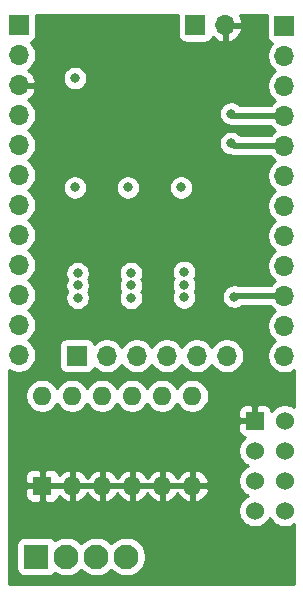
<source format=gbr>
G04 #@! TF.GenerationSoftware,KiCad,Pcbnew,(5.1.5)-3*
G04 #@! TF.CreationDate,2020-06-15T12:52:53-05:00*
G04 #@! TF.ProjectId,LightDriverShieldVer1,4c696768-7444-4726-9976-657253686965,rev?*
G04 #@! TF.SameCoordinates,Original*
G04 #@! TF.FileFunction,Copper,L3,Inr*
G04 #@! TF.FilePolarity,Positive*
%FSLAX46Y46*%
G04 Gerber Fmt 4.6, Leading zero omitted, Abs format (unit mm)*
G04 Created by KiCad (PCBNEW (5.1.5)-3) date 2020-06-15 12:52:53*
%MOMM*%
%LPD*%
G04 APERTURE LIST*
%ADD10O,1.700000X1.700000*%
%ADD11R,1.700000X1.700000*%
%ADD12C,1.524000*%
%ADD13R,1.524000X1.524000*%
%ADD14O,1.600000X1.600000*%
%ADD15R,1.600000X1.600000*%
%ADD16C,2.100000*%
%ADD17R,2.100000X2.100000*%
%ADD18C,0.800000*%
%ADD19C,0.500000*%
%ADD20C,0.254000*%
G04 APERTURE END LIST*
D10*
X117500000Y-92000000D03*
D11*
X114960000Y-92000000D03*
D12*
X122540000Y-133120000D03*
X120000000Y-133120000D03*
X122540000Y-130580000D03*
X120000000Y-130580000D03*
X122540000Y-128040000D03*
X120000000Y-128040000D03*
X122540000Y-125500000D03*
D13*
X120000000Y-125500000D03*
D14*
X102000000Y-123380000D03*
X114700000Y-131000000D03*
X104540000Y-123380000D03*
X112160000Y-131000000D03*
X107080000Y-123380000D03*
X109620000Y-131000000D03*
X109620000Y-123380000D03*
X107080000Y-131000000D03*
X112160000Y-123380000D03*
X104540000Y-131000000D03*
X114700000Y-123380000D03*
D15*
X102000000Y-131000000D03*
D16*
X109120000Y-137000000D03*
X106580000Y-137000000D03*
X104040000Y-137000000D03*
D17*
X101500000Y-137000000D03*
D10*
X117620000Y-120000000D03*
X115080000Y-120000000D03*
X112540000Y-120000000D03*
X110000000Y-120000000D03*
X107460000Y-120000000D03*
D11*
X104920000Y-120000000D03*
D10*
X122500000Y-120000000D03*
X122500000Y-117460000D03*
X122500000Y-114920000D03*
X122500000Y-112380000D03*
X122500000Y-109840000D03*
X122500000Y-107300000D03*
X122500000Y-104760000D03*
X122500000Y-102220000D03*
X122500000Y-99680000D03*
X122500000Y-97140000D03*
X122500000Y-94600000D03*
D11*
X122500000Y-92060000D03*
D10*
X100000000Y-119940000D03*
X100000000Y-117400000D03*
X100000000Y-114860000D03*
X100000000Y-112320000D03*
X100000000Y-109780000D03*
X100000000Y-107240000D03*
X100000000Y-104700000D03*
X100000000Y-102160000D03*
X100000000Y-99620000D03*
X100000000Y-97080000D03*
X100000000Y-94540000D03*
D11*
X100000000Y-92000000D03*
D18*
X105000000Y-115100000D03*
X105000000Y-113000000D03*
X109500000Y-113000000D03*
X109500000Y-115100000D03*
X114000000Y-115050000D03*
X114000000Y-112900000D03*
X105000000Y-114050000D03*
X109500000Y-114050000D03*
X111250000Y-112500000D03*
X111250000Y-115500000D03*
X106750000Y-112500000D03*
X106750000Y-115500000D03*
X115750000Y-115500000D03*
X115750000Y-112500000D03*
X111649990Y-105750000D03*
X116149990Y-105750000D03*
X107149990Y-105750000D03*
X104750000Y-96500000D03*
X118000000Y-99500000D03*
X118000002Y-102000000D03*
X109250000Y-105750000D03*
X113750000Y-105750000D03*
X104750000Y-105750000D03*
X118250000Y-115000000D03*
X114000000Y-114000000D03*
D19*
X118180000Y-99680000D02*
X118000000Y-99500000D01*
X122500000Y-99680000D02*
X118180000Y-99680000D01*
X118220002Y-102220000D02*
X118000002Y-102000000D01*
X122500000Y-102220000D02*
X118220002Y-102220000D01*
X118330000Y-114920000D02*
X118250000Y-115000000D01*
X122500000Y-114920000D02*
X118330000Y-114920000D01*
D20*
G36*
X113471928Y-92850000D02*
G01*
X113484188Y-92974482D01*
X113520498Y-93094180D01*
X113579463Y-93204494D01*
X113658815Y-93301185D01*
X113755506Y-93380537D01*
X113865820Y-93439502D01*
X113985518Y-93475812D01*
X114110000Y-93488072D01*
X115810000Y-93488072D01*
X115934482Y-93475812D01*
X116054180Y-93439502D01*
X116164494Y-93380537D01*
X116261185Y-93301185D01*
X116340537Y-93204494D01*
X116399502Y-93094180D01*
X116423966Y-93013534D01*
X116499731Y-93097588D01*
X116733080Y-93271641D01*
X116995901Y-93396825D01*
X117143110Y-93441476D01*
X117373000Y-93320155D01*
X117373000Y-92127000D01*
X117627000Y-92127000D01*
X117627000Y-93320155D01*
X117856890Y-93441476D01*
X118004099Y-93396825D01*
X118266920Y-93271641D01*
X118500269Y-93097588D01*
X118695178Y-92881355D01*
X118844157Y-92631252D01*
X118941481Y-92356891D01*
X118820814Y-92127000D01*
X117627000Y-92127000D01*
X117373000Y-92127000D01*
X117353000Y-92127000D01*
X117353000Y-91873000D01*
X117373000Y-91873000D01*
X117373000Y-91853000D01*
X117627000Y-91853000D01*
X117627000Y-91873000D01*
X118820814Y-91873000D01*
X118941481Y-91643109D01*
X118844157Y-91368748D01*
X118719812Y-91160000D01*
X121016852Y-91160000D01*
X121011928Y-91210000D01*
X121011928Y-92910000D01*
X121024188Y-93034482D01*
X121060498Y-93154180D01*
X121119463Y-93264494D01*
X121198815Y-93361185D01*
X121295506Y-93440537D01*
X121405820Y-93499502D01*
X121478380Y-93521513D01*
X121346525Y-93653368D01*
X121184010Y-93896589D01*
X121072068Y-94166842D01*
X121015000Y-94453740D01*
X121015000Y-94746260D01*
X121072068Y-95033158D01*
X121184010Y-95303411D01*
X121346525Y-95546632D01*
X121553368Y-95753475D01*
X121727760Y-95870000D01*
X121553368Y-95986525D01*
X121346525Y-96193368D01*
X121184010Y-96436589D01*
X121072068Y-96706842D01*
X121015000Y-96993740D01*
X121015000Y-97286260D01*
X121072068Y-97573158D01*
X121184010Y-97843411D01*
X121346525Y-98086632D01*
X121553368Y-98293475D01*
X121727760Y-98410000D01*
X121553368Y-98526525D01*
X121346525Y-98733368D01*
X121305344Y-98795000D01*
X118758711Y-98795000D01*
X118659774Y-98696063D01*
X118490256Y-98582795D01*
X118301898Y-98504774D01*
X118101939Y-98465000D01*
X117898061Y-98465000D01*
X117698102Y-98504774D01*
X117509744Y-98582795D01*
X117340226Y-98696063D01*
X117196063Y-98840226D01*
X117082795Y-99009744D01*
X117004774Y-99198102D01*
X116965000Y-99398061D01*
X116965000Y-99601939D01*
X117004774Y-99801898D01*
X117082795Y-99990256D01*
X117196063Y-100159774D01*
X117340226Y-100303937D01*
X117509744Y-100417205D01*
X117698102Y-100495226D01*
X117898061Y-100535000D01*
X117949827Y-100535000D01*
X118006510Y-100552195D01*
X118136523Y-100565000D01*
X118136533Y-100565000D01*
X118179999Y-100569281D01*
X118223465Y-100565000D01*
X121305344Y-100565000D01*
X121346525Y-100626632D01*
X121553368Y-100833475D01*
X121727760Y-100950000D01*
X121553368Y-101066525D01*
X121346525Y-101273368D01*
X121305344Y-101335000D01*
X118798713Y-101335000D01*
X118659776Y-101196063D01*
X118490258Y-101082795D01*
X118301900Y-101004774D01*
X118101941Y-100965000D01*
X117898063Y-100965000D01*
X117698104Y-101004774D01*
X117509746Y-101082795D01*
X117340228Y-101196063D01*
X117196065Y-101340226D01*
X117082797Y-101509744D01*
X117004776Y-101698102D01*
X116965002Y-101898061D01*
X116965002Y-102101939D01*
X117004776Y-102301898D01*
X117082797Y-102490256D01*
X117196065Y-102659774D01*
X117340228Y-102803937D01*
X117509746Y-102917205D01*
X117698104Y-102995226D01*
X117849165Y-103025274D01*
X117879689Y-103041589D01*
X118007684Y-103080416D01*
X118046511Y-103092195D01*
X118061308Y-103093652D01*
X118176525Y-103105000D01*
X118176533Y-103105000D01*
X118220002Y-103109281D01*
X118263471Y-103105000D01*
X121305344Y-103105000D01*
X121346525Y-103166632D01*
X121553368Y-103373475D01*
X121727760Y-103490000D01*
X121553368Y-103606525D01*
X121346525Y-103813368D01*
X121184010Y-104056589D01*
X121072068Y-104326842D01*
X121015000Y-104613740D01*
X121015000Y-104906260D01*
X121072068Y-105193158D01*
X121184010Y-105463411D01*
X121346525Y-105706632D01*
X121553368Y-105913475D01*
X121727760Y-106030000D01*
X121553368Y-106146525D01*
X121346525Y-106353368D01*
X121184010Y-106596589D01*
X121072068Y-106866842D01*
X121015000Y-107153740D01*
X121015000Y-107446260D01*
X121072068Y-107733158D01*
X121184010Y-108003411D01*
X121346525Y-108246632D01*
X121553368Y-108453475D01*
X121727760Y-108570000D01*
X121553368Y-108686525D01*
X121346525Y-108893368D01*
X121184010Y-109136589D01*
X121072068Y-109406842D01*
X121015000Y-109693740D01*
X121015000Y-109986260D01*
X121072068Y-110273158D01*
X121184010Y-110543411D01*
X121346525Y-110786632D01*
X121553368Y-110993475D01*
X121727760Y-111110000D01*
X121553368Y-111226525D01*
X121346525Y-111433368D01*
X121184010Y-111676589D01*
X121072068Y-111946842D01*
X121015000Y-112233740D01*
X121015000Y-112526260D01*
X121072068Y-112813158D01*
X121184010Y-113083411D01*
X121346525Y-113326632D01*
X121553368Y-113533475D01*
X121727760Y-113650000D01*
X121553368Y-113766525D01*
X121346525Y-113973368D01*
X121305344Y-114035000D01*
X118624869Y-114035000D01*
X118551898Y-114004774D01*
X118351939Y-113965000D01*
X118148061Y-113965000D01*
X117948102Y-114004774D01*
X117759744Y-114082795D01*
X117590226Y-114196063D01*
X117446063Y-114340226D01*
X117332795Y-114509744D01*
X117254774Y-114698102D01*
X117215000Y-114898061D01*
X117215000Y-115101939D01*
X117254774Y-115301898D01*
X117332795Y-115490256D01*
X117446063Y-115659774D01*
X117590226Y-115803937D01*
X117759744Y-115917205D01*
X117948102Y-115995226D01*
X118148061Y-116035000D01*
X118351939Y-116035000D01*
X118551898Y-115995226D01*
X118740256Y-115917205D01*
X118908183Y-115805000D01*
X121305344Y-115805000D01*
X121346525Y-115866632D01*
X121553368Y-116073475D01*
X121727760Y-116190000D01*
X121553368Y-116306525D01*
X121346525Y-116513368D01*
X121184010Y-116756589D01*
X121072068Y-117026842D01*
X121015000Y-117313740D01*
X121015000Y-117606260D01*
X121072068Y-117893158D01*
X121184010Y-118163411D01*
X121346525Y-118406632D01*
X121553368Y-118613475D01*
X121727760Y-118730000D01*
X121553368Y-118846525D01*
X121346525Y-119053368D01*
X121184010Y-119296589D01*
X121072068Y-119566842D01*
X121015000Y-119853740D01*
X121015000Y-120146260D01*
X121072068Y-120433158D01*
X121184010Y-120703411D01*
X121346525Y-120946632D01*
X121553368Y-121153475D01*
X121796589Y-121315990D01*
X122066842Y-121427932D01*
X122353740Y-121485000D01*
X122646260Y-121485000D01*
X122933158Y-121427932D01*
X123203411Y-121315990D01*
X123340001Y-121224724D01*
X123340001Y-124354387D01*
X123201727Y-124261995D01*
X122947490Y-124156686D01*
X122677592Y-124103000D01*
X122402408Y-124103000D01*
X122132510Y-124156686D01*
X121878273Y-124261995D01*
X121649465Y-124414880D01*
X121454880Y-124609465D01*
X121396080Y-124697465D01*
X121387812Y-124613518D01*
X121351502Y-124493820D01*
X121292537Y-124383506D01*
X121213185Y-124286815D01*
X121116494Y-124207463D01*
X121006180Y-124148498D01*
X120886482Y-124112188D01*
X120762000Y-124099928D01*
X120285750Y-124103000D01*
X120127000Y-124261750D01*
X120127000Y-125373000D01*
X120147000Y-125373000D01*
X120147000Y-125627000D01*
X120127000Y-125627000D01*
X120127000Y-125647000D01*
X119873000Y-125647000D01*
X119873000Y-125627000D01*
X118761750Y-125627000D01*
X118603000Y-125785750D01*
X118599928Y-126262000D01*
X118612188Y-126386482D01*
X118648498Y-126506180D01*
X118707463Y-126616494D01*
X118786815Y-126713185D01*
X118883506Y-126792537D01*
X118993820Y-126851502D01*
X119113518Y-126887812D01*
X119197465Y-126896080D01*
X119109465Y-126954880D01*
X118914880Y-127149465D01*
X118761995Y-127378273D01*
X118656686Y-127632510D01*
X118603000Y-127902408D01*
X118603000Y-128177592D01*
X118656686Y-128447490D01*
X118761995Y-128701727D01*
X118914880Y-128930535D01*
X119109465Y-129125120D01*
X119338273Y-129278005D01*
X119415515Y-129310000D01*
X119338273Y-129341995D01*
X119109465Y-129494880D01*
X118914880Y-129689465D01*
X118761995Y-129918273D01*
X118656686Y-130172510D01*
X118603000Y-130442408D01*
X118603000Y-130717592D01*
X118656686Y-130987490D01*
X118761995Y-131241727D01*
X118914880Y-131470535D01*
X119109465Y-131665120D01*
X119338273Y-131818005D01*
X119415515Y-131850000D01*
X119338273Y-131881995D01*
X119109465Y-132034880D01*
X118914880Y-132229465D01*
X118761995Y-132458273D01*
X118656686Y-132712510D01*
X118603000Y-132982408D01*
X118603000Y-133257592D01*
X118656686Y-133527490D01*
X118761995Y-133781727D01*
X118914880Y-134010535D01*
X119109465Y-134205120D01*
X119338273Y-134358005D01*
X119592510Y-134463314D01*
X119862408Y-134517000D01*
X120137592Y-134517000D01*
X120407490Y-134463314D01*
X120661727Y-134358005D01*
X120890535Y-134205120D01*
X121085120Y-134010535D01*
X121238005Y-133781727D01*
X121270000Y-133704485D01*
X121301995Y-133781727D01*
X121454880Y-134010535D01*
X121649465Y-134205120D01*
X121878273Y-134358005D01*
X122132510Y-134463314D01*
X122402408Y-134517000D01*
X122677592Y-134517000D01*
X122947490Y-134463314D01*
X123201727Y-134358005D01*
X123340001Y-134265613D01*
X123340001Y-139340000D01*
X99160000Y-139340000D01*
X99160000Y-135950000D01*
X99811928Y-135950000D01*
X99811928Y-138050000D01*
X99824188Y-138174482D01*
X99860498Y-138294180D01*
X99919463Y-138404494D01*
X99998815Y-138501185D01*
X100095506Y-138580537D01*
X100205820Y-138639502D01*
X100325518Y-138675812D01*
X100450000Y-138688072D01*
X102550000Y-138688072D01*
X102674482Y-138675812D01*
X102794180Y-138639502D01*
X102904494Y-138580537D01*
X103001185Y-138501185D01*
X103080537Y-138404494D01*
X103088042Y-138390454D01*
X103241853Y-138493228D01*
X103548504Y-138620246D01*
X103874042Y-138685000D01*
X104205958Y-138685000D01*
X104531496Y-138620246D01*
X104838147Y-138493228D01*
X105114125Y-138308825D01*
X105310000Y-138112950D01*
X105505875Y-138308825D01*
X105781853Y-138493228D01*
X106088504Y-138620246D01*
X106414042Y-138685000D01*
X106745958Y-138685000D01*
X107071496Y-138620246D01*
X107378147Y-138493228D01*
X107654125Y-138308825D01*
X107850000Y-138112950D01*
X108045875Y-138308825D01*
X108321853Y-138493228D01*
X108628504Y-138620246D01*
X108954042Y-138685000D01*
X109285958Y-138685000D01*
X109611496Y-138620246D01*
X109918147Y-138493228D01*
X110194125Y-138308825D01*
X110428825Y-138074125D01*
X110613228Y-137798147D01*
X110740246Y-137491496D01*
X110805000Y-137165958D01*
X110805000Y-136834042D01*
X110740246Y-136508504D01*
X110613228Y-136201853D01*
X110428825Y-135925875D01*
X110194125Y-135691175D01*
X109918147Y-135506772D01*
X109611496Y-135379754D01*
X109285958Y-135315000D01*
X108954042Y-135315000D01*
X108628504Y-135379754D01*
X108321853Y-135506772D01*
X108045875Y-135691175D01*
X107850000Y-135887050D01*
X107654125Y-135691175D01*
X107378147Y-135506772D01*
X107071496Y-135379754D01*
X106745958Y-135315000D01*
X106414042Y-135315000D01*
X106088504Y-135379754D01*
X105781853Y-135506772D01*
X105505875Y-135691175D01*
X105310000Y-135887050D01*
X105114125Y-135691175D01*
X104838147Y-135506772D01*
X104531496Y-135379754D01*
X104205958Y-135315000D01*
X103874042Y-135315000D01*
X103548504Y-135379754D01*
X103241853Y-135506772D01*
X103088042Y-135609546D01*
X103080537Y-135595506D01*
X103001185Y-135498815D01*
X102904494Y-135419463D01*
X102794180Y-135360498D01*
X102674482Y-135324188D01*
X102550000Y-135311928D01*
X100450000Y-135311928D01*
X100325518Y-135324188D01*
X100205820Y-135360498D01*
X100095506Y-135419463D01*
X99998815Y-135498815D01*
X99919463Y-135595506D01*
X99860498Y-135705820D01*
X99824188Y-135825518D01*
X99811928Y-135950000D01*
X99160000Y-135950000D01*
X99160000Y-131800000D01*
X100561928Y-131800000D01*
X100574188Y-131924482D01*
X100610498Y-132044180D01*
X100669463Y-132154494D01*
X100748815Y-132251185D01*
X100845506Y-132330537D01*
X100955820Y-132389502D01*
X101075518Y-132425812D01*
X101200000Y-132438072D01*
X101714250Y-132435000D01*
X101873000Y-132276250D01*
X101873000Y-131127000D01*
X102127000Y-131127000D01*
X102127000Y-132276250D01*
X102285750Y-132435000D01*
X102800000Y-132438072D01*
X102924482Y-132425812D01*
X103044180Y-132389502D01*
X103154494Y-132330537D01*
X103251185Y-132251185D01*
X103330537Y-132154494D01*
X103389502Y-132044180D01*
X103425812Y-131924482D01*
X103428231Y-131899920D01*
X103576586Y-132063519D01*
X103802580Y-132231037D01*
X104056913Y-132351246D01*
X104190961Y-132391904D01*
X104413000Y-132269915D01*
X104413000Y-131127000D01*
X104667000Y-131127000D01*
X104667000Y-132269915D01*
X104889039Y-132391904D01*
X105023087Y-132351246D01*
X105277420Y-132231037D01*
X105503414Y-132063519D01*
X105692385Y-131855131D01*
X105810000Y-131659018D01*
X105927615Y-131855131D01*
X106116586Y-132063519D01*
X106342580Y-132231037D01*
X106596913Y-132351246D01*
X106730961Y-132391904D01*
X106953000Y-132269915D01*
X106953000Y-131127000D01*
X107207000Y-131127000D01*
X107207000Y-132269915D01*
X107429039Y-132391904D01*
X107563087Y-132351246D01*
X107817420Y-132231037D01*
X108043414Y-132063519D01*
X108232385Y-131855131D01*
X108350000Y-131659018D01*
X108467615Y-131855131D01*
X108656586Y-132063519D01*
X108882580Y-132231037D01*
X109136913Y-132351246D01*
X109270961Y-132391904D01*
X109493000Y-132269915D01*
X109493000Y-131127000D01*
X109747000Y-131127000D01*
X109747000Y-132269915D01*
X109969039Y-132391904D01*
X110103087Y-132351246D01*
X110357420Y-132231037D01*
X110583414Y-132063519D01*
X110772385Y-131855131D01*
X110890000Y-131659018D01*
X111007615Y-131855131D01*
X111196586Y-132063519D01*
X111422580Y-132231037D01*
X111676913Y-132351246D01*
X111810961Y-132391904D01*
X112033000Y-132269915D01*
X112033000Y-131127000D01*
X112287000Y-131127000D01*
X112287000Y-132269915D01*
X112509039Y-132391904D01*
X112643087Y-132351246D01*
X112897420Y-132231037D01*
X113123414Y-132063519D01*
X113312385Y-131855131D01*
X113430000Y-131659018D01*
X113547615Y-131855131D01*
X113736586Y-132063519D01*
X113962580Y-132231037D01*
X114216913Y-132351246D01*
X114350961Y-132391904D01*
X114573000Y-132269915D01*
X114573000Y-131127000D01*
X114827000Y-131127000D01*
X114827000Y-132269915D01*
X115049039Y-132391904D01*
X115183087Y-132351246D01*
X115437420Y-132231037D01*
X115663414Y-132063519D01*
X115852385Y-131855131D01*
X115997070Y-131613881D01*
X116091909Y-131349040D01*
X115970624Y-131127000D01*
X114827000Y-131127000D01*
X114573000Y-131127000D01*
X112287000Y-131127000D01*
X112033000Y-131127000D01*
X109747000Y-131127000D01*
X109493000Y-131127000D01*
X107207000Y-131127000D01*
X106953000Y-131127000D01*
X104667000Y-131127000D01*
X104413000Y-131127000D01*
X102127000Y-131127000D01*
X101873000Y-131127000D01*
X100723750Y-131127000D01*
X100565000Y-131285750D01*
X100561928Y-131800000D01*
X99160000Y-131800000D01*
X99160000Y-130200000D01*
X100561928Y-130200000D01*
X100565000Y-130714250D01*
X100723750Y-130873000D01*
X101873000Y-130873000D01*
X101873000Y-129723750D01*
X102127000Y-129723750D01*
X102127000Y-130873000D01*
X104413000Y-130873000D01*
X104413000Y-129730085D01*
X104667000Y-129730085D01*
X104667000Y-130873000D01*
X106953000Y-130873000D01*
X106953000Y-129730085D01*
X107207000Y-129730085D01*
X107207000Y-130873000D01*
X109493000Y-130873000D01*
X109493000Y-129730085D01*
X109747000Y-129730085D01*
X109747000Y-130873000D01*
X112033000Y-130873000D01*
X112033000Y-129730085D01*
X112287000Y-129730085D01*
X112287000Y-130873000D01*
X114573000Y-130873000D01*
X114573000Y-129730085D01*
X114827000Y-129730085D01*
X114827000Y-130873000D01*
X115970624Y-130873000D01*
X116091909Y-130650960D01*
X115997070Y-130386119D01*
X115852385Y-130144869D01*
X115663414Y-129936481D01*
X115437420Y-129768963D01*
X115183087Y-129648754D01*
X115049039Y-129608096D01*
X114827000Y-129730085D01*
X114573000Y-129730085D01*
X114350961Y-129608096D01*
X114216913Y-129648754D01*
X113962580Y-129768963D01*
X113736586Y-129936481D01*
X113547615Y-130144869D01*
X113430000Y-130340982D01*
X113312385Y-130144869D01*
X113123414Y-129936481D01*
X112897420Y-129768963D01*
X112643087Y-129648754D01*
X112509039Y-129608096D01*
X112287000Y-129730085D01*
X112033000Y-129730085D01*
X111810961Y-129608096D01*
X111676913Y-129648754D01*
X111422580Y-129768963D01*
X111196586Y-129936481D01*
X111007615Y-130144869D01*
X110890000Y-130340982D01*
X110772385Y-130144869D01*
X110583414Y-129936481D01*
X110357420Y-129768963D01*
X110103087Y-129648754D01*
X109969039Y-129608096D01*
X109747000Y-129730085D01*
X109493000Y-129730085D01*
X109270961Y-129608096D01*
X109136913Y-129648754D01*
X108882580Y-129768963D01*
X108656586Y-129936481D01*
X108467615Y-130144869D01*
X108350000Y-130340982D01*
X108232385Y-130144869D01*
X108043414Y-129936481D01*
X107817420Y-129768963D01*
X107563087Y-129648754D01*
X107429039Y-129608096D01*
X107207000Y-129730085D01*
X106953000Y-129730085D01*
X106730961Y-129608096D01*
X106596913Y-129648754D01*
X106342580Y-129768963D01*
X106116586Y-129936481D01*
X105927615Y-130144869D01*
X105810000Y-130340982D01*
X105692385Y-130144869D01*
X105503414Y-129936481D01*
X105277420Y-129768963D01*
X105023087Y-129648754D01*
X104889039Y-129608096D01*
X104667000Y-129730085D01*
X104413000Y-129730085D01*
X104190961Y-129608096D01*
X104056913Y-129648754D01*
X103802580Y-129768963D01*
X103576586Y-129936481D01*
X103428231Y-130100080D01*
X103425812Y-130075518D01*
X103389502Y-129955820D01*
X103330537Y-129845506D01*
X103251185Y-129748815D01*
X103154494Y-129669463D01*
X103044180Y-129610498D01*
X102924482Y-129574188D01*
X102800000Y-129561928D01*
X102285750Y-129565000D01*
X102127000Y-129723750D01*
X101873000Y-129723750D01*
X101714250Y-129565000D01*
X101200000Y-129561928D01*
X101075518Y-129574188D01*
X100955820Y-129610498D01*
X100845506Y-129669463D01*
X100748815Y-129748815D01*
X100669463Y-129845506D01*
X100610498Y-129955820D01*
X100574188Y-130075518D01*
X100561928Y-130200000D01*
X99160000Y-130200000D01*
X99160000Y-123238665D01*
X100565000Y-123238665D01*
X100565000Y-123521335D01*
X100620147Y-123798574D01*
X100728320Y-124059727D01*
X100885363Y-124294759D01*
X101085241Y-124494637D01*
X101320273Y-124651680D01*
X101581426Y-124759853D01*
X101858665Y-124815000D01*
X102141335Y-124815000D01*
X102418574Y-124759853D01*
X102679727Y-124651680D01*
X102914759Y-124494637D01*
X103114637Y-124294759D01*
X103270000Y-124062241D01*
X103425363Y-124294759D01*
X103625241Y-124494637D01*
X103860273Y-124651680D01*
X104121426Y-124759853D01*
X104398665Y-124815000D01*
X104681335Y-124815000D01*
X104958574Y-124759853D01*
X105219727Y-124651680D01*
X105454759Y-124494637D01*
X105654637Y-124294759D01*
X105810000Y-124062241D01*
X105965363Y-124294759D01*
X106165241Y-124494637D01*
X106400273Y-124651680D01*
X106661426Y-124759853D01*
X106938665Y-124815000D01*
X107221335Y-124815000D01*
X107498574Y-124759853D01*
X107759727Y-124651680D01*
X107994759Y-124494637D01*
X108194637Y-124294759D01*
X108350000Y-124062241D01*
X108505363Y-124294759D01*
X108705241Y-124494637D01*
X108940273Y-124651680D01*
X109201426Y-124759853D01*
X109478665Y-124815000D01*
X109761335Y-124815000D01*
X110038574Y-124759853D01*
X110299727Y-124651680D01*
X110534759Y-124494637D01*
X110734637Y-124294759D01*
X110890000Y-124062241D01*
X111045363Y-124294759D01*
X111245241Y-124494637D01*
X111480273Y-124651680D01*
X111741426Y-124759853D01*
X112018665Y-124815000D01*
X112301335Y-124815000D01*
X112578574Y-124759853D01*
X112839727Y-124651680D01*
X113074759Y-124494637D01*
X113274637Y-124294759D01*
X113430000Y-124062241D01*
X113585363Y-124294759D01*
X113785241Y-124494637D01*
X114020273Y-124651680D01*
X114281426Y-124759853D01*
X114558665Y-124815000D01*
X114841335Y-124815000D01*
X115118574Y-124759853D01*
X115171331Y-124738000D01*
X118599928Y-124738000D01*
X118603000Y-125214250D01*
X118761750Y-125373000D01*
X119873000Y-125373000D01*
X119873000Y-124261750D01*
X119714250Y-124103000D01*
X119238000Y-124099928D01*
X119113518Y-124112188D01*
X118993820Y-124148498D01*
X118883506Y-124207463D01*
X118786815Y-124286815D01*
X118707463Y-124383506D01*
X118648498Y-124493820D01*
X118612188Y-124613518D01*
X118599928Y-124738000D01*
X115171331Y-124738000D01*
X115379727Y-124651680D01*
X115614759Y-124494637D01*
X115814637Y-124294759D01*
X115971680Y-124059727D01*
X116079853Y-123798574D01*
X116135000Y-123521335D01*
X116135000Y-123238665D01*
X116079853Y-122961426D01*
X115971680Y-122700273D01*
X115814637Y-122465241D01*
X115614759Y-122265363D01*
X115379727Y-122108320D01*
X115118574Y-122000147D01*
X114841335Y-121945000D01*
X114558665Y-121945000D01*
X114281426Y-122000147D01*
X114020273Y-122108320D01*
X113785241Y-122265363D01*
X113585363Y-122465241D01*
X113430000Y-122697759D01*
X113274637Y-122465241D01*
X113074759Y-122265363D01*
X112839727Y-122108320D01*
X112578574Y-122000147D01*
X112301335Y-121945000D01*
X112018665Y-121945000D01*
X111741426Y-122000147D01*
X111480273Y-122108320D01*
X111245241Y-122265363D01*
X111045363Y-122465241D01*
X110890000Y-122697759D01*
X110734637Y-122465241D01*
X110534759Y-122265363D01*
X110299727Y-122108320D01*
X110038574Y-122000147D01*
X109761335Y-121945000D01*
X109478665Y-121945000D01*
X109201426Y-122000147D01*
X108940273Y-122108320D01*
X108705241Y-122265363D01*
X108505363Y-122465241D01*
X108350000Y-122697759D01*
X108194637Y-122465241D01*
X107994759Y-122265363D01*
X107759727Y-122108320D01*
X107498574Y-122000147D01*
X107221335Y-121945000D01*
X106938665Y-121945000D01*
X106661426Y-122000147D01*
X106400273Y-122108320D01*
X106165241Y-122265363D01*
X105965363Y-122465241D01*
X105810000Y-122697759D01*
X105654637Y-122465241D01*
X105454759Y-122265363D01*
X105219727Y-122108320D01*
X104958574Y-122000147D01*
X104681335Y-121945000D01*
X104398665Y-121945000D01*
X104121426Y-122000147D01*
X103860273Y-122108320D01*
X103625241Y-122265363D01*
X103425363Y-122465241D01*
X103270000Y-122697759D01*
X103114637Y-122465241D01*
X102914759Y-122265363D01*
X102679727Y-122108320D01*
X102418574Y-122000147D01*
X102141335Y-121945000D01*
X101858665Y-121945000D01*
X101581426Y-122000147D01*
X101320273Y-122108320D01*
X101085241Y-122265363D01*
X100885363Y-122465241D01*
X100728320Y-122700273D01*
X100620147Y-122961426D01*
X100565000Y-123238665D01*
X99160000Y-123238665D01*
X99160000Y-121164724D01*
X99296589Y-121255990D01*
X99566842Y-121367932D01*
X99853740Y-121425000D01*
X100146260Y-121425000D01*
X100433158Y-121367932D01*
X100703411Y-121255990D01*
X100946632Y-121093475D01*
X101153475Y-120886632D01*
X101315990Y-120643411D01*
X101427932Y-120373158D01*
X101485000Y-120086260D01*
X101485000Y-119793740D01*
X101427932Y-119506842D01*
X101315990Y-119236589D01*
X101258134Y-119150000D01*
X103431928Y-119150000D01*
X103431928Y-120850000D01*
X103444188Y-120974482D01*
X103480498Y-121094180D01*
X103539463Y-121204494D01*
X103618815Y-121301185D01*
X103715506Y-121380537D01*
X103825820Y-121439502D01*
X103945518Y-121475812D01*
X104070000Y-121488072D01*
X105770000Y-121488072D01*
X105894482Y-121475812D01*
X106014180Y-121439502D01*
X106124494Y-121380537D01*
X106221185Y-121301185D01*
X106300537Y-121204494D01*
X106359502Y-121094180D01*
X106381513Y-121021620D01*
X106513368Y-121153475D01*
X106756589Y-121315990D01*
X107026842Y-121427932D01*
X107313740Y-121485000D01*
X107606260Y-121485000D01*
X107893158Y-121427932D01*
X108163411Y-121315990D01*
X108406632Y-121153475D01*
X108613475Y-120946632D01*
X108730000Y-120772240D01*
X108846525Y-120946632D01*
X109053368Y-121153475D01*
X109296589Y-121315990D01*
X109566842Y-121427932D01*
X109853740Y-121485000D01*
X110146260Y-121485000D01*
X110433158Y-121427932D01*
X110703411Y-121315990D01*
X110946632Y-121153475D01*
X111153475Y-120946632D01*
X111270000Y-120772240D01*
X111386525Y-120946632D01*
X111593368Y-121153475D01*
X111836589Y-121315990D01*
X112106842Y-121427932D01*
X112393740Y-121485000D01*
X112686260Y-121485000D01*
X112973158Y-121427932D01*
X113243411Y-121315990D01*
X113486632Y-121153475D01*
X113693475Y-120946632D01*
X113810000Y-120772240D01*
X113926525Y-120946632D01*
X114133368Y-121153475D01*
X114376589Y-121315990D01*
X114646842Y-121427932D01*
X114933740Y-121485000D01*
X115226260Y-121485000D01*
X115513158Y-121427932D01*
X115783411Y-121315990D01*
X116026632Y-121153475D01*
X116233475Y-120946632D01*
X116350000Y-120772240D01*
X116466525Y-120946632D01*
X116673368Y-121153475D01*
X116916589Y-121315990D01*
X117186842Y-121427932D01*
X117473740Y-121485000D01*
X117766260Y-121485000D01*
X118053158Y-121427932D01*
X118323411Y-121315990D01*
X118566632Y-121153475D01*
X118773475Y-120946632D01*
X118935990Y-120703411D01*
X119047932Y-120433158D01*
X119105000Y-120146260D01*
X119105000Y-119853740D01*
X119047932Y-119566842D01*
X118935990Y-119296589D01*
X118773475Y-119053368D01*
X118566632Y-118846525D01*
X118323411Y-118684010D01*
X118053158Y-118572068D01*
X117766260Y-118515000D01*
X117473740Y-118515000D01*
X117186842Y-118572068D01*
X116916589Y-118684010D01*
X116673368Y-118846525D01*
X116466525Y-119053368D01*
X116350000Y-119227760D01*
X116233475Y-119053368D01*
X116026632Y-118846525D01*
X115783411Y-118684010D01*
X115513158Y-118572068D01*
X115226260Y-118515000D01*
X114933740Y-118515000D01*
X114646842Y-118572068D01*
X114376589Y-118684010D01*
X114133368Y-118846525D01*
X113926525Y-119053368D01*
X113810000Y-119227760D01*
X113693475Y-119053368D01*
X113486632Y-118846525D01*
X113243411Y-118684010D01*
X112973158Y-118572068D01*
X112686260Y-118515000D01*
X112393740Y-118515000D01*
X112106842Y-118572068D01*
X111836589Y-118684010D01*
X111593368Y-118846525D01*
X111386525Y-119053368D01*
X111270000Y-119227760D01*
X111153475Y-119053368D01*
X110946632Y-118846525D01*
X110703411Y-118684010D01*
X110433158Y-118572068D01*
X110146260Y-118515000D01*
X109853740Y-118515000D01*
X109566842Y-118572068D01*
X109296589Y-118684010D01*
X109053368Y-118846525D01*
X108846525Y-119053368D01*
X108730000Y-119227760D01*
X108613475Y-119053368D01*
X108406632Y-118846525D01*
X108163411Y-118684010D01*
X107893158Y-118572068D01*
X107606260Y-118515000D01*
X107313740Y-118515000D01*
X107026842Y-118572068D01*
X106756589Y-118684010D01*
X106513368Y-118846525D01*
X106381513Y-118978380D01*
X106359502Y-118905820D01*
X106300537Y-118795506D01*
X106221185Y-118698815D01*
X106124494Y-118619463D01*
X106014180Y-118560498D01*
X105894482Y-118524188D01*
X105770000Y-118511928D01*
X104070000Y-118511928D01*
X103945518Y-118524188D01*
X103825820Y-118560498D01*
X103715506Y-118619463D01*
X103618815Y-118698815D01*
X103539463Y-118795506D01*
X103480498Y-118905820D01*
X103444188Y-119025518D01*
X103431928Y-119150000D01*
X101258134Y-119150000D01*
X101153475Y-118993368D01*
X100946632Y-118786525D01*
X100772240Y-118670000D01*
X100946632Y-118553475D01*
X101153475Y-118346632D01*
X101315990Y-118103411D01*
X101427932Y-117833158D01*
X101485000Y-117546260D01*
X101485000Y-117253740D01*
X101427932Y-116966842D01*
X101315990Y-116696589D01*
X101153475Y-116453368D01*
X100946632Y-116246525D01*
X100772240Y-116130000D01*
X100946632Y-116013475D01*
X101153475Y-115806632D01*
X101315990Y-115563411D01*
X101427932Y-115293158D01*
X101485000Y-115006260D01*
X101485000Y-114713740D01*
X101427932Y-114426842D01*
X101315990Y-114156589D01*
X101153475Y-113913368D01*
X100946632Y-113706525D01*
X100772240Y-113590000D01*
X100946632Y-113473475D01*
X101153475Y-113266632D01*
X101315990Y-113023411D01*
X101367911Y-112898061D01*
X103965000Y-112898061D01*
X103965000Y-113101939D01*
X104004774Y-113301898D01*
X104082795Y-113490256D01*
X104106010Y-113525000D01*
X104082795Y-113559744D01*
X104004774Y-113748102D01*
X103965000Y-113948061D01*
X103965000Y-114151939D01*
X104004774Y-114351898D01*
X104082795Y-114540256D01*
X104106010Y-114575000D01*
X104082795Y-114609744D01*
X104004774Y-114798102D01*
X103965000Y-114998061D01*
X103965000Y-115201939D01*
X104004774Y-115401898D01*
X104082795Y-115590256D01*
X104196063Y-115759774D01*
X104340226Y-115903937D01*
X104509744Y-116017205D01*
X104698102Y-116095226D01*
X104898061Y-116135000D01*
X105101939Y-116135000D01*
X105301898Y-116095226D01*
X105490256Y-116017205D01*
X105659774Y-115903937D01*
X105803937Y-115759774D01*
X105917205Y-115590256D01*
X105995226Y-115401898D01*
X106035000Y-115201939D01*
X106035000Y-114998061D01*
X105995226Y-114798102D01*
X105917205Y-114609744D01*
X105893990Y-114575000D01*
X105917205Y-114540256D01*
X105995226Y-114351898D01*
X106035000Y-114151939D01*
X106035000Y-113948061D01*
X105995226Y-113748102D01*
X105917205Y-113559744D01*
X105893990Y-113525000D01*
X105917205Y-113490256D01*
X105995226Y-113301898D01*
X106035000Y-113101939D01*
X106035000Y-112898061D01*
X108465000Y-112898061D01*
X108465000Y-113101939D01*
X108504774Y-113301898D01*
X108582795Y-113490256D01*
X108606010Y-113525000D01*
X108582795Y-113559744D01*
X108504774Y-113748102D01*
X108465000Y-113948061D01*
X108465000Y-114151939D01*
X108504774Y-114351898D01*
X108582795Y-114540256D01*
X108606010Y-114575000D01*
X108582795Y-114609744D01*
X108504774Y-114798102D01*
X108465000Y-114998061D01*
X108465000Y-115201939D01*
X108504774Y-115401898D01*
X108582795Y-115590256D01*
X108696063Y-115759774D01*
X108840226Y-115903937D01*
X109009744Y-116017205D01*
X109198102Y-116095226D01*
X109398061Y-116135000D01*
X109601939Y-116135000D01*
X109801898Y-116095226D01*
X109990256Y-116017205D01*
X110159774Y-115903937D01*
X110303937Y-115759774D01*
X110417205Y-115590256D01*
X110495226Y-115401898D01*
X110535000Y-115201939D01*
X110535000Y-114998061D01*
X110495226Y-114798102D01*
X110417205Y-114609744D01*
X110393990Y-114575000D01*
X110417205Y-114540256D01*
X110495226Y-114351898D01*
X110535000Y-114151939D01*
X110535000Y-113948061D01*
X110495226Y-113748102D01*
X110417205Y-113559744D01*
X110393990Y-113525000D01*
X110417205Y-113490256D01*
X110495226Y-113301898D01*
X110535000Y-113101939D01*
X110535000Y-112898061D01*
X110515109Y-112798061D01*
X112965000Y-112798061D01*
X112965000Y-113001939D01*
X113004774Y-113201898D01*
X113082795Y-113390256D01*
X113122715Y-113450000D01*
X113082795Y-113509744D01*
X113004774Y-113698102D01*
X112965000Y-113898061D01*
X112965000Y-114101939D01*
X113004774Y-114301898D01*
X113082795Y-114490256D01*
X113106010Y-114525000D01*
X113082795Y-114559744D01*
X113004774Y-114748102D01*
X112965000Y-114948061D01*
X112965000Y-115151939D01*
X113004774Y-115351898D01*
X113082795Y-115540256D01*
X113196063Y-115709774D01*
X113340226Y-115853937D01*
X113509744Y-115967205D01*
X113698102Y-116045226D01*
X113898061Y-116085000D01*
X114101939Y-116085000D01*
X114301898Y-116045226D01*
X114490256Y-115967205D01*
X114659774Y-115853937D01*
X114803937Y-115709774D01*
X114917205Y-115540256D01*
X114995226Y-115351898D01*
X115035000Y-115151939D01*
X115035000Y-114948061D01*
X114995226Y-114748102D01*
X114917205Y-114559744D01*
X114893990Y-114525000D01*
X114917205Y-114490256D01*
X114995226Y-114301898D01*
X115035000Y-114101939D01*
X115035000Y-113898061D01*
X114995226Y-113698102D01*
X114917205Y-113509744D01*
X114877285Y-113450000D01*
X114917205Y-113390256D01*
X114995226Y-113201898D01*
X115035000Y-113001939D01*
X115035000Y-112798061D01*
X114995226Y-112598102D01*
X114917205Y-112409744D01*
X114803937Y-112240226D01*
X114659774Y-112096063D01*
X114490256Y-111982795D01*
X114301898Y-111904774D01*
X114101939Y-111865000D01*
X113898061Y-111865000D01*
X113698102Y-111904774D01*
X113509744Y-111982795D01*
X113340226Y-112096063D01*
X113196063Y-112240226D01*
X113082795Y-112409744D01*
X113004774Y-112598102D01*
X112965000Y-112798061D01*
X110515109Y-112798061D01*
X110495226Y-112698102D01*
X110417205Y-112509744D01*
X110303937Y-112340226D01*
X110159774Y-112196063D01*
X109990256Y-112082795D01*
X109801898Y-112004774D01*
X109601939Y-111965000D01*
X109398061Y-111965000D01*
X109198102Y-112004774D01*
X109009744Y-112082795D01*
X108840226Y-112196063D01*
X108696063Y-112340226D01*
X108582795Y-112509744D01*
X108504774Y-112698102D01*
X108465000Y-112898061D01*
X106035000Y-112898061D01*
X105995226Y-112698102D01*
X105917205Y-112509744D01*
X105803937Y-112340226D01*
X105659774Y-112196063D01*
X105490256Y-112082795D01*
X105301898Y-112004774D01*
X105101939Y-111965000D01*
X104898061Y-111965000D01*
X104698102Y-112004774D01*
X104509744Y-112082795D01*
X104340226Y-112196063D01*
X104196063Y-112340226D01*
X104082795Y-112509744D01*
X104004774Y-112698102D01*
X103965000Y-112898061D01*
X101367911Y-112898061D01*
X101427932Y-112753158D01*
X101485000Y-112466260D01*
X101485000Y-112173740D01*
X101427932Y-111886842D01*
X101315990Y-111616589D01*
X101153475Y-111373368D01*
X100946632Y-111166525D01*
X100772240Y-111050000D01*
X100946632Y-110933475D01*
X101153475Y-110726632D01*
X101315990Y-110483411D01*
X101427932Y-110213158D01*
X101485000Y-109926260D01*
X101485000Y-109633740D01*
X101427932Y-109346842D01*
X101315990Y-109076589D01*
X101153475Y-108833368D01*
X100946632Y-108626525D01*
X100772240Y-108510000D01*
X100946632Y-108393475D01*
X101153475Y-108186632D01*
X101315990Y-107943411D01*
X101427932Y-107673158D01*
X101485000Y-107386260D01*
X101485000Y-107093740D01*
X101427932Y-106806842D01*
X101315990Y-106536589D01*
X101153475Y-106293368D01*
X100946632Y-106086525D01*
X100772240Y-105970000D01*
X100946632Y-105853475D01*
X101152046Y-105648061D01*
X103715000Y-105648061D01*
X103715000Y-105851939D01*
X103754774Y-106051898D01*
X103832795Y-106240256D01*
X103946063Y-106409774D01*
X104090226Y-106553937D01*
X104259744Y-106667205D01*
X104448102Y-106745226D01*
X104648061Y-106785000D01*
X104851939Y-106785000D01*
X105051898Y-106745226D01*
X105240256Y-106667205D01*
X105409774Y-106553937D01*
X105553937Y-106409774D01*
X105667205Y-106240256D01*
X105745226Y-106051898D01*
X105785000Y-105851939D01*
X105785000Y-105648061D01*
X108215000Y-105648061D01*
X108215000Y-105851939D01*
X108254774Y-106051898D01*
X108332795Y-106240256D01*
X108446063Y-106409774D01*
X108590226Y-106553937D01*
X108759744Y-106667205D01*
X108948102Y-106745226D01*
X109148061Y-106785000D01*
X109351939Y-106785000D01*
X109551898Y-106745226D01*
X109740256Y-106667205D01*
X109909774Y-106553937D01*
X110053937Y-106409774D01*
X110167205Y-106240256D01*
X110245226Y-106051898D01*
X110285000Y-105851939D01*
X110285000Y-105648061D01*
X112715000Y-105648061D01*
X112715000Y-105851939D01*
X112754774Y-106051898D01*
X112832795Y-106240256D01*
X112946063Y-106409774D01*
X113090226Y-106553937D01*
X113259744Y-106667205D01*
X113448102Y-106745226D01*
X113648061Y-106785000D01*
X113851939Y-106785000D01*
X114051898Y-106745226D01*
X114240256Y-106667205D01*
X114409774Y-106553937D01*
X114553937Y-106409774D01*
X114667205Y-106240256D01*
X114745226Y-106051898D01*
X114785000Y-105851939D01*
X114785000Y-105648061D01*
X114745226Y-105448102D01*
X114667205Y-105259744D01*
X114553937Y-105090226D01*
X114409774Y-104946063D01*
X114240256Y-104832795D01*
X114051898Y-104754774D01*
X113851939Y-104715000D01*
X113648061Y-104715000D01*
X113448102Y-104754774D01*
X113259744Y-104832795D01*
X113090226Y-104946063D01*
X112946063Y-105090226D01*
X112832795Y-105259744D01*
X112754774Y-105448102D01*
X112715000Y-105648061D01*
X110285000Y-105648061D01*
X110245226Y-105448102D01*
X110167205Y-105259744D01*
X110053937Y-105090226D01*
X109909774Y-104946063D01*
X109740256Y-104832795D01*
X109551898Y-104754774D01*
X109351939Y-104715000D01*
X109148061Y-104715000D01*
X108948102Y-104754774D01*
X108759744Y-104832795D01*
X108590226Y-104946063D01*
X108446063Y-105090226D01*
X108332795Y-105259744D01*
X108254774Y-105448102D01*
X108215000Y-105648061D01*
X105785000Y-105648061D01*
X105745226Y-105448102D01*
X105667205Y-105259744D01*
X105553937Y-105090226D01*
X105409774Y-104946063D01*
X105240256Y-104832795D01*
X105051898Y-104754774D01*
X104851939Y-104715000D01*
X104648061Y-104715000D01*
X104448102Y-104754774D01*
X104259744Y-104832795D01*
X104090226Y-104946063D01*
X103946063Y-105090226D01*
X103832795Y-105259744D01*
X103754774Y-105448102D01*
X103715000Y-105648061D01*
X101152046Y-105648061D01*
X101153475Y-105646632D01*
X101315990Y-105403411D01*
X101427932Y-105133158D01*
X101485000Y-104846260D01*
X101485000Y-104553740D01*
X101427932Y-104266842D01*
X101315990Y-103996589D01*
X101153475Y-103753368D01*
X100946632Y-103546525D01*
X100772240Y-103430000D01*
X100946632Y-103313475D01*
X101153475Y-103106632D01*
X101315990Y-102863411D01*
X101427932Y-102593158D01*
X101485000Y-102306260D01*
X101485000Y-102013740D01*
X101427932Y-101726842D01*
X101315990Y-101456589D01*
X101153475Y-101213368D01*
X100946632Y-101006525D01*
X100772240Y-100890000D01*
X100946632Y-100773475D01*
X101153475Y-100566632D01*
X101315990Y-100323411D01*
X101427932Y-100053158D01*
X101485000Y-99766260D01*
X101485000Y-99473740D01*
X101427932Y-99186842D01*
X101315990Y-98916589D01*
X101153475Y-98673368D01*
X100946632Y-98466525D01*
X100764466Y-98344805D01*
X100881355Y-98275178D01*
X101097588Y-98080269D01*
X101271641Y-97846920D01*
X101396825Y-97584099D01*
X101441476Y-97436890D01*
X101320155Y-97207000D01*
X100127000Y-97207000D01*
X100127000Y-97227000D01*
X99873000Y-97227000D01*
X99873000Y-97207000D01*
X99853000Y-97207000D01*
X99853000Y-96953000D01*
X99873000Y-96953000D01*
X99873000Y-96933000D01*
X100127000Y-96933000D01*
X100127000Y-96953000D01*
X101320155Y-96953000D01*
X101441476Y-96723110D01*
X101396825Y-96575901D01*
X101312119Y-96398061D01*
X103715000Y-96398061D01*
X103715000Y-96601939D01*
X103754774Y-96801898D01*
X103832795Y-96990256D01*
X103946063Y-97159774D01*
X104090226Y-97303937D01*
X104259744Y-97417205D01*
X104448102Y-97495226D01*
X104648061Y-97535000D01*
X104851939Y-97535000D01*
X105051898Y-97495226D01*
X105240256Y-97417205D01*
X105409774Y-97303937D01*
X105553937Y-97159774D01*
X105667205Y-96990256D01*
X105745226Y-96801898D01*
X105785000Y-96601939D01*
X105785000Y-96398061D01*
X105745226Y-96198102D01*
X105667205Y-96009744D01*
X105553937Y-95840226D01*
X105409774Y-95696063D01*
X105240256Y-95582795D01*
X105051898Y-95504774D01*
X104851939Y-95465000D01*
X104648061Y-95465000D01*
X104448102Y-95504774D01*
X104259744Y-95582795D01*
X104090226Y-95696063D01*
X103946063Y-95840226D01*
X103832795Y-96009744D01*
X103754774Y-96198102D01*
X103715000Y-96398061D01*
X101312119Y-96398061D01*
X101271641Y-96313080D01*
X101097588Y-96079731D01*
X100881355Y-95884822D01*
X100764466Y-95815195D01*
X100946632Y-95693475D01*
X101153475Y-95486632D01*
X101315990Y-95243411D01*
X101427932Y-94973158D01*
X101485000Y-94686260D01*
X101485000Y-94393740D01*
X101427932Y-94106842D01*
X101315990Y-93836589D01*
X101153475Y-93593368D01*
X101021620Y-93461513D01*
X101094180Y-93439502D01*
X101204494Y-93380537D01*
X101301185Y-93301185D01*
X101380537Y-93204494D01*
X101439502Y-93094180D01*
X101475812Y-92974482D01*
X101488072Y-92850000D01*
X101488072Y-91160000D01*
X113471928Y-91160000D01*
X113471928Y-92850000D01*
G37*
X113471928Y-92850000D02*
X113484188Y-92974482D01*
X113520498Y-93094180D01*
X113579463Y-93204494D01*
X113658815Y-93301185D01*
X113755506Y-93380537D01*
X113865820Y-93439502D01*
X113985518Y-93475812D01*
X114110000Y-93488072D01*
X115810000Y-93488072D01*
X115934482Y-93475812D01*
X116054180Y-93439502D01*
X116164494Y-93380537D01*
X116261185Y-93301185D01*
X116340537Y-93204494D01*
X116399502Y-93094180D01*
X116423966Y-93013534D01*
X116499731Y-93097588D01*
X116733080Y-93271641D01*
X116995901Y-93396825D01*
X117143110Y-93441476D01*
X117373000Y-93320155D01*
X117373000Y-92127000D01*
X117627000Y-92127000D01*
X117627000Y-93320155D01*
X117856890Y-93441476D01*
X118004099Y-93396825D01*
X118266920Y-93271641D01*
X118500269Y-93097588D01*
X118695178Y-92881355D01*
X118844157Y-92631252D01*
X118941481Y-92356891D01*
X118820814Y-92127000D01*
X117627000Y-92127000D01*
X117373000Y-92127000D01*
X117353000Y-92127000D01*
X117353000Y-91873000D01*
X117373000Y-91873000D01*
X117373000Y-91853000D01*
X117627000Y-91853000D01*
X117627000Y-91873000D01*
X118820814Y-91873000D01*
X118941481Y-91643109D01*
X118844157Y-91368748D01*
X118719812Y-91160000D01*
X121016852Y-91160000D01*
X121011928Y-91210000D01*
X121011928Y-92910000D01*
X121024188Y-93034482D01*
X121060498Y-93154180D01*
X121119463Y-93264494D01*
X121198815Y-93361185D01*
X121295506Y-93440537D01*
X121405820Y-93499502D01*
X121478380Y-93521513D01*
X121346525Y-93653368D01*
X121184010Y-93896589D01*
X121072068Y-94166842D01*
X121015000Y-94453740D01*
X121015000Y-94746260D01*
X121072068Y-95033158D01*
X121184010Y-95303411D01*
X121346525Y-95546632D01*
X121553368Y-95753475D01*
X121727760Y-95870000D01*
X121553368Y-95986525D01*
X121346525Y-96193368D01*
X121184010Y-96436589D01*
X121072068Y-96706842D01*
X121015000Y-96993740D01*
X121015000Y-97286260D01*
X121072068Y-97573158D01*
X121184010Y-97843411D01*
X121346525Y-98086632D01*
X121553368Y-98293475D01*
X121727760Y-98410000D01*
X121553368Y-98526525D01*
X121346525Y-98733368D01*
X121305344Y-98795000D01*
X118758711Y-98795000D01*
X118659774Y-98696063D01*
X118490256Y-98582795D01*
X118301898Y-98504774D01*
X118101939Y-98465000D01*
X117898061Y-98465000D01*
X117698102Y-98504774D01*
X117509744Y-98582795D01*
X117340226Y-98696063D01*
X117196063Y-98840226D01*
X117082795Y-99009744D01*
X117004774Y-99198102D01*
X116965000Y-99398061D01*
X116965000Y-99601939D01*
X117004774Y-99801898D01*
X117082795Y-99990256D01*
X117196063Y-100159774D01*
X117340226Y-100303937D01*
X117509744Y-100417205D01*
X117698102Y-100495226D01*
X117898061Y-100535000D01*
X117949827Y-100535000D01*
X118006510Y-100552195D01*
X118136523Y-100565000D01*
X118136533Y-100565000D01*
X118179999Y-100569281D01*
X118223465Y-100565000D01*
X121305344Y-100565000D01*
X121346525Y-100626632D01*
X121553368Y-100833475D01*
X121727760Y-100950000D01*
X121553368Y-101066525D01*
X121346525Y-101273368D01*
X121305344Y-101335000D01*
X118798713Y-101335000D01*
X118659776Y-101196063D01*
X118490258Y-101082795D01*
X118301900Y-101004774D01*
X118101941Y-100965000D01*
X117898063Y-100965000D01*
X117698104Y-101004774D01*
X117509746Y-101082795D01*
X117340228Y-101196063D01*
X117196065Y-101340226D01*
X117082797Y-101509744D01*
X117004776Y-101698102D01*
X116965002Y-101898061D01*
X116965002Y-102101939D01*
X117004776Y-102301898D01*
X117082797Y-102490256D01*
X117196065Y-102659774D01*
X117340228Y-102803937D01*
X117509746Y-102917205D01*
X117698104Y-102995226D01*
X117849165Y-103025274D01*
X117879689Y-103041589D01*
X118007684Y-103080416D01*
X118046511Y-103092195D01*
X118061308Y-103093652D01*
X118176525Y-103105000D01*
X118176533Y-103105000D01*
X118220002Y-103109281D01*
X118263471Y-103105000D01*
X121305344Y-103105000D01*
X121346525Y-103166632D01*
X121553368Y-103373475D01*
X121727760Y-103490000D01*
X121553368Y-103606525D01*
X121346525Y-103813368D01*
X121184010Y-104056589D01*
X121072068Y-104326842D01*
X121015000Y-104613740D01*
X121015000Y-104906260D01*
X121072068Y-105193158D01*
X121184010Y-105463411D01*
X121346525Y-105706632D01*
X121553368Y-105913475D01*
X121727760Y-106030000D01*
X121553368Y-106146525D01*
X121346525Y-106353368D01*
X121184010Y-106596589D01*
X121072068Y-106866842D01*
X121015000Y-107153740D01*
X121015000Y-107446260D01*
X121072068Y-107733158D01*
X121184010Y-108003411D01*
X121346525Y-108246632D01*
X121553368Y-108453475D01*
X121727760Y-108570000D01*
X121553368Y-108686525D01*
X121346525Y-108893368D01*
X121184010Y-109136589D01*
X121072068Y-109406842D01*
X121015000Y-109693740D01*
X121015000Y-109986260D01*
X121072068Y-110273158D01*
X121184010Y-110543411D01*
X121346525Y-110786632D01*
X121553368Y-110993475D01*
X121727760Y-111110000D01*
X121553368Y-111226525D01*
X121346525Y-111433368D01*
X121184010Y-111676589D01*
X121072068Y-111946842D01*
X121015000Y-112233740D01*
X121015000Y-112526260D01*
X121072068Y-112813158D01*
X121184010Y-113083411D01*
X121346525Y-113326632D01*
X121553368Y-113533475D01*
X121727760Y-113650000D01*
X121553368Y-113766525D01*
X121346525Y-113973368D01*
X121305344Y-114035000D01*
X118624869Y-114035000D01*
X118551898Y-114004774D01*
X118351939Y-113965000D01*
X118148061Y-113965000D01*
X117948102Y-114004774D01*
X117759744Y-114082795D01*
X117590226Y-114196063D01*
X117446063Y-114340226D01*
X117332795Y-114509744D01*
X117254774Y-114698102D01*
X117215000Y-114898061D01*
X117215000Y-115101939D01*
X117254774Y-115301898D01*
X117332795Y-115490256D01*
X117446063Y-115659774D01*
X117590226Y-115803937D01*
X117759744Y-115917205D01*
X117948102Y-115995226D01*
X118148061Y-116035000D01*
X118351939Y-116035000D01*
X118551898Y-115995226D01*
X118740256Y-115917205D01*
X118908183Y-115805000D01*
X121305344Y-115805000D01*
X121346525Y-115866632D01*
X121553368Y-116073475D01*
X121727760Y-116190000D01*
X121553368Y-116306525D01*
X121346525Y-116513368D01*
X121184010Y-116756589D01*
X121072068Y-117026842D01*
X121015000Y-117313740D01*
X121015000Y-117606260D01*
X121072068Y-117893158D01*
X121184010Y-118163411D01*
X121346525Y-118406632D01*
X121553368Y-118613475D01*
X121727760Y-118730000D01*
X121553368Y-118846525D01*
X121346525Y-119053368D01*
X121184010Y-119296589D01*
X121072068Y-119566842D01*
X121015000Y-119853740D01*
X121015000Y-120146260D01*
X121072068Y-120433158D01*
X121184010Y-120703411D01*
X121346525Y-120946632D01*
X121553368Y-121153475D01*
X121796589Y-121315990D01*
X122066842Y-121427932D01*
X122353740Y-121485000D01*
X122646260Y-121485000D01*
X122933158Y-121427932D01*
X123203411Y-121315990D01*
X123340001Y-121224724D01*
X123340001Y-124354387D01*
X123201727Y-124261995D01*
X122947490Y-124156686D01*
X122677592Y-124103000D01*
X122402408Y-124103000D01*
X122132510Y-124156686D01*
X121878273Y-124261995D01*
X121649465Y-124414880D01*
X121454880Y-124609465D01*
X121396080Y-124697465D01*
X121387812Y-124613518D01*
X121351502Y-124493820D01*
X121292537Y-124383506D01*
X121213185Y-124286815D01*
X121116494Y-124207463D01*
X121006180Y-124148498D01*
X120886482Y-124112188D01*
X120762000Y-124099928D01*
X120285750Y-124103000D01*
X120127000Y-124261750D01*
X120127000Y-125373000D01*
X120147000Y-125373000D01*
X120147000Y-125627000D01*
X120127000Y-125627000D01*
X120127000Y-125647000D01*
X119873000Y-125647000D01*
X119873000Y-125627000D01*
X118761750Y-125627000D01*
X118603000Y-125785750D01*
X118599928Y-126262000D01*
X118612188Y-126386482D01*
X118648498Y-126506180D01*
X118707463Y-126616494D01*
X118786815Y-126713185D01*
X118883506Y-126792537D01*
X118993820Y-126851502D01*
X119113518Y-126887812D01*
X119197465Y-126896080D01*
X119109465Y-126954880D01*
X118914880Y-127149465D01*
X118761995Y-127378273D01*
X118656686Y-127632510D01*
X118603000Y-127902408D01*
X118603000Y-128177592D01*
X118656686Y-128447490D01*
X118761995Y-128701727D01*
X118914880Y-128930535D01*
X119109465Y-129125120D01*
X119338273Y-129278005D01*
X119415515Y-129310000D01*
X119338273Y-129341995D01*
X119109465Y-129494880D01*
X118914880Y-129689465D01*
X118761995Y-129918273D01*
X118656686Y-130172510D01*
X118603000Y-130442408D01*
X118603000Y-130717592D01*
X118656686Y-130987490D01*
X118761995Y-131241727D01*
X118914880Y-131470535D01*
X119109465Y-131665120D01*
X119338273Y-131818005D01*
X119415515Y-131850000D01*
X119338273Y-131881995D01*
X119109465Y-132034880D01*
X118914880Y-132229465D01*
X118761995Y-132458273D01*
X118656686Y-132712510D01*
X118603000Y-132982408D01*
X118603000Y-133257592D01*
X118656686Y-133527490D01*
X118761995Y-133781727D01*
X118914880Y-134010535D01*
X119109465Y-134205120D01*
X119338273Y-134358005D01*
X119592510Y-134463314D01*
X119862408Y-134517000D01*
X120137592Y-134517000D01*
X120407490Y-134463314D01*
X120661727Y-134358005D01*
X120890535Y-134205120D01*
X121085120Y-134010535D01*
X121238005Y-133781727D01*
X121270000Y-133704485D01*
X121301995Y-133781727D01*
X121454880Y-134010535D01*
X121649465Y-134205120D01*
X121878273Y-134358005D01*
X122132510Y-134463314D01*
X122402408Y-134517000D01*
X122677592Y-134517000D01*
X122947490Y-134463314D01*
X123201727Y-134358005D01*
X123340001Y-134265613D01*
X123340001Y-139340000D01*
X99160000Y-139340000D01*
X99160000Y-135950000D01*
X99811928Y-135950000D01*
X99811928Y-138050000D01*
X99824188Y-138174482D01*
X99860498Y-138294180D01*
X99919463Y-138404494D01*
X99998815Y-138501185D01*
X100095506Y-138580537D01*
X100205820Y-138639502D01*
X100325518Y-138675812D01*
X100450000Y-138688072D01*
X102550000Y-138688072D01*
X102674482Y-138675812D01*
X102794180Y-138639502D01*
X102904494Y-138580537D01*
X103001185Y-138501185D01*
X103080537Y-138404494D01*
X103088042Y-138390454D01*
X103241853Y-138493228D01*
X103548504Y-138620246D01*
X103874042Y-138685000D01*
X104205958Y-138685000D01*
X104531496Y-138620246D01*
X104838147Y-138493228D01*
X105114125Y-138308825D01*
X105310000Y-138112950D01*
X105505875Y-138308825D01*
X105781853Y-138493228D01*
X106088504Y-138620246D01*
X106414042Y-138685000D01*
X106745958Y-138685000D01*
X107071496Y-138620246D01*
X107378147Y-138493228D01*
X107654125Y-138308825D01*
X107850000Y-138112950D01*
X108045875Y-138308825D01*
X108321853Y-138493228D01*
X108628504Y-138620246D01*
X108954042Y-138685000D01*
X109285958Y-138685000D01*
X109611496Y-138620246D01*
X109918147Y-138493228D01*
X110194125Y-138308825D01*
X110428825Y-138074125D01*
X110613228Y-137798147D01*
X110740246Y-137491496D01*
X110805000Y-137165958D01*
X110805000Y-136834042D01*
X110740246Y-136508504D01*
X110613228Y-136201853D01*
X110428825Y-135925875D01*
X110194125Y-135691175D01*
X109918147Y-135506772D01*
X109611496Y-135379754D01*
X109285958Y-135315000D01*
X108954042Y-135315000D01*
X108628504Y-135379754D01*
X108321853Y-135506772D01*
X108045875Y-135691175D01*
X107850000Y-135887050D01*
X107654125Y-135691175D01*
X107378147Y-135506772D01*
X107071496Y-135379754D01*
X106745958Y-135315000D01*
X106414042Y-135315000D01*
X106088504Y-135379754D01*
X105781853Y-135506772D01*
X105505875Y-135691175D01*
X105310000Y-135887050D01*
X105114125Y-135691175D01*
X104838147Y-135506772D01*
X104531496Y-135379754D01*
X104205958Y-135315000D01*
X103874042Y-135315000D01*
X103548504Y-135379754D01*
X103241853Y-135506772D01*
X103088042Y-135609546D01*
X103080537Y-135595506D01*
X103001185Y-135498815D01*
X102904494Y-135419463D01*
X102794180Y-135360498D01*
X102674482Y-135324188D01*
X102550000Y-135311928D01*
X100450000Y-135311928D01*
X100325518Y-135324188D01*
X100205820Y-135360498D01*
X100095506Y-135419463D01*
X99998815Y-135498815D01*
X99919463Y-135595506D01*
X99860498Y-135705820D01*
X99824188Y-135825518D01*
X99811928Y-135950000D01*
X99160000Y-135950000D01*
X99160000Y-131800000D01*
X100561928Y-131800000D01*
X100574188Y-131924482D01*
X100610498Y-132044180D01*
X100669463Y-132154494D01*
X100748815Y-132251185D01*
X100845506Y-132330537D01*
X100955820Y-132389502D01*
X101075518Y-132425812D01*
X101200000Y-132438072D01*
X101714250Y-132435000D01*
X101873000Y-132276250D01*
X101873000Y-131127000D01*
X102127000Y-131127000D01*
X102127000Y-132276250D01*
X102285750Y-132435000D01*
X102800000Y-132438072D01*
X102924482Y-132425812D01*
X103044180Y-132389502D01*
X103154494Y-132330537D01*
X103251185Y-132251185D01*
X103330537Y-132154494D01*
X103389502Y-132044180D01*
X103425812Y-131924482D01*
X103428231Y-131899920D01*
X103576586Y-132063519D01*
X103802580Y-132231037D01*
X104056913Y-132351246D01*
X104190961Y-132391904D01*
X104413000Y-132269915D01*
X104413000Y-131127000D01*
X104667000Y-131127000D01*
X104667000Y-132269915D01*
X104889039Y-132391904D01*
X105023087Y-132351246D01*
X105277420Y-132231037D01*
X105503414Y-132063519D01*
X105692385Y-131855131D01*
X105810000Y-131659018D01*
X105927615Y-131855131D01*
X106116586Y-132063519D01*
X106342580Y-132231037D01*
X106596913Y-132351246D01*
X106730961Y-132391904D01*
X106953000Y-132269915D01*
X106953000Y-131127000D01*
X107207000Y-131127000D01*
X107207000Y-132269915D01*
X107429039Y-132391904D01*
X107563087Y-132351246D01*
X107817420Y-132231037D01*
X108043414Y-132063519D01*
X108232385Y-131855131D01*
X108350000Y-131659018D01*
X108467615Y-131855131D01*
X108656586Y-132063519D01*
X108882580Y-132231037D01*
X109136913Y-132351246D01*
X109270961Y-132391904D01*
X109493000Y-132269915D01*
X109493000Y-131127000D01*
X109747000Y-131127000D01*
X109747000Y-132269915D01*
X109969039Y-132391904D01*
X110103087Y-132351246D01*
X110357420Y-132231037D01*
X110583414Y-132063519D01*
X110772385Y-131855131D01*
X110890000Y-131659018D01*
X111007615Y-131855131D01*
X111196586Y-132063519D01*
X111422580Y-132231037D01*
X111676913Y-132351246D01*
X111810961Y-132391904D01*
X112033000Y-132269915D01*
X112033000Y-131127000D01*
X112287000Y-131127000D01*
X112287000Y-132269915D01*
X112509039Y-132391904D01*
X112643087Y-132351246D01*
X112897420Y-132231037D01*
X113123414Y-132063519D01*
X113312385Y-131855131D01*
X113430000Y-131659018D01*
X113547615Y-131855131D01*
X113736586Y-132063519D01*
X113962580Y-132231037D01*
X114216913Y-132351246D01*
X114350961Y-132391904D01*
X114573000Y-132269915D01*
X114573000Y-131127000D01*
X114827000Y-131127000D01*
X114827000Y-132269915D01*
X115049039Y-132391904D01*
X115183087Y-132351246D01*
X115437420Y-132231037D01*
X115663414Y-132063519D01*
X115852385Y-131855131D01*
X115997070Y-131613881D01*
X116091909Y-131349040D01*
X115970624Y-131127000D01*
X114827000Y-131127000D01*
X114573000Y-131127000D01*
X112287000Y-131127000D01*
X112033000Y-131127000D01*
X109747000Y-131127000D01*
X109493000Y-131127000D01*
X107207000Y-131127000D01*
X106953000Y-131127000D01*
X104667000Y-131127000D01*
X104413000Y-131127000D01*
X102127000Y-131127000D01*
X101873000Y-131127000D01*
X100723750Y-131127000D01*
X100565000Y-131285750D01*
X100561928Y-131800000D01*
X99160000Y-131800000D01*
X99160000Y-130200000D01*
X100561928Y-130200000D01*
X100565000Y-130714250D01*
X100723750Y-130873000D01*
X101873000Y-130873000D01*
X101873000Y-129723750D01*
X102127000Y-129723750D01*
X102127000Y-130873000D01*
X104413000Y-130873000D01*
X104413000Y-129730085D01*
X104667000Y-129730085D01*
X104667000Y-130873000D01*
X106953000Y-130873000D01*
X106953000Y-129730085D01*
X107207000Y-129730085D01*
X107207000Y-130873000D01*
X109493000Y-130873000D01*
X109493000Y-129730085D01*
X109747000Y-129730085D01*
X109747000Y-130873000D01*
X112033000Y-130873000D01*
X112033000Y-129730085D01*
X112287000Y-129730085D01*
X112287000Y-130873000D01*
X114573000Y-130873000D01*
X114573000Y-129730085D01*
X114827000Y-129730085D01*
X114827000Y-130873000D01*
X115970624Y-130873000D01*
X116091909Y-130650960D01*
X115997070Y-130386119D01*
X115852385Y-130144869D01*
X115663414Y-129936481D01*
X115437420Y-129768963D01*
X115183087Y-129648754D01*
X115049039Y-129608096D01*
X114827000Y-129730085D01*
X114573000Y-129730085D01*
X114350961Y-129608096D01*
X114216913Y-129648754D01*
X113962580Y-129768963D01*
X113736586Y-129936481D01*
X113547615Y-130144869D01*
X113430000Y-130340982D01*
X113312385Y-130144869D01*
X113123414Y-129936481D01*
X112897420Y-129768963D01*
X112643087Y-129648754D01*
X112509039Y-129608096D01*
X112287000Y-129730085D01*
X112033000Y-129730085D01*
X111810961Y-129608096D01*
X111676913Y-129648754D01*
X111422580Y-129768963D01*
X111196586Y-129936481D01*
X111007615Y-130144869D01*
X110890000Y-130340982D01*
X110772385Y-130144869D01*
X110583414Y-129936481D01*
X110357420Y-129768963D01*
X110103087Y-129648754D01*
X109969039Y-129608096D01*
X109747000Y-129730085D01*
X109493000Y-129730085D01*
X109270961Y-129608096D01*
X109136913Y-129648754D01*
X108882580Y-129768963D01*
X108656586Y-129936481D01*
X108467615Y-130144869D01*
X108350000Y-130340982D01*
X108232385Y-130144869D01*
X108043414Y-129936481D01*
X107817420Y-129768963D01*
X107563087Y-129648754D01*
X107429039Y-129608096D01*
X107207000Y-129730085D01*
X106953000Y-129730085D01*
X106730961Y-129608096D01*
X106596913Y-129648754D01*
X106342580Y-129768963D01*
X106116586Y-129936481D01*
X105927615Y-130144869D01*
X105810000Y-130340982D01*
X105692385Y-130144869D01*
X105503414Y-129936481D01*
X105277420Y-129768963D01*
X105023087Y-129648754D01*
X104889039Y-129608096D01*
X104667000Y-129730085D01*
X104413000Y-129730085D01*
X104190961Y-129608096D01*
X104056913Y-129648754D01*
X103802580Y-129768963D01*
X103576586Y-129936481D01*
X103428231Y-130100080D01*
X103425812Y-130075518D01*
X103389502Y-129955820D01*
X103330537Y-129845506D01*
X103251185Y-129748815D01*
X103154494Y-129669463D01*
X103044180Y-129610498D01*
X102924482Y-129574188D01*
X102800000Y-129561928D01*
X102285750Y-129565000D01*
X102127000Y-129723750D01*
X101873000Y-129723750D01*
X101714250Y-129565000D01*
X101200000Y-129561928D01*
X101075518Y-129574188D01*
X100955820Y-129610498D01*
X100845506Y-129669463D01*
X100748815Y-129748815D01*
X100669463Y-129845506D01*
X100610498Y-129955820D01*
X100574188Y-130075518D01*
X100561928Y-130200000D01*
X99160000Y-130200000D01*
X99160000Y-123238665D01*
X100565000Y-123238665D01*
X100565000Y-123521335D01*
X100620147Y-123798574D01*
X100728320Y-124059727D01*
X100885363Y-124294759D01*
X101085241Y-124494637D01*
X101320273Y-124651680D01*
X101581426Y-124759853D01*
X101858665Y-124815000D01*
X102141335Y-124815000D01*
X102418574Y-124759853D01*
X102679727Y-124651680D01*
X102914759Y-124494637D01*
X103114637Y-124294759D01*
X103270000Y-124062241D01*
X103425363Y-124294759D01*
X103625241Y-124494637D01*
X103860273Y-124651680D01*
X104121426Y-124759853D01*
X104398665Y-124815000D01*
X104681335Y-124815000D01*
X104958574Y-124759853D01*
X105219727Y-124651680D01*
X105454759Y-124494637D01*
X105654637Y-124294759D01*
X105810000Y-124062241D01*
X105965363Y-124294759D01*
X106165241Y-124494637D01*
X106400273Y-124651680D01*
X106661426Y-124759853D01*
X106938665Y-124815000D01*
X107221335Y-124815000D01*
X107498574Y-124759853D01*
X107759727Y-124651680D01*
X107994759Y-124494637D01*
X108194637Y-124294759D01*
X108350000Y-124062241D01*
X108505363Y-124294759D01*
X108705241Y-124494637D01*
X108940273Y-124651680D01*
X109201426Y-124759853D01*
X109478665Y-124815000D01*
X109761335Y-124815000D01*
X110038574Y-124759853D01*
X110299727Y-124651680D01*
X110534759Y-124494637D01*
X110734637Y-124294759D01*
X110890000Y-124062241D01*
X111045363Y-124294759D01*
X111245241Y-124494637D01*
X111480273Y-124651680D01*
X111741426Y-124759853D01*
X112018665Y-124815000D01*
X112301335Y-124815000D01*
X112578574Y-124759853D01*
X112839727Y-124651680D01*
X113074759Y-124494637D01*
X113274637Y-124294759D01*
X113430000Y-124062241D01*
X113585363Y-124294759D01*
X113785241Y-124494637D01*
X114020273Y-124651680D01*
X114281426Y-124759853D01*
X114558665Y-124815000D01*
X114841335Y-124815000D01*
X115118574Y-124759853D01*
X115171331Y-124738000D01*
X118599928Y-124738000D01*
X118603000Y-125214250D01*
X118761750Y-125373000D01*
X119873000Y-125373000D01*
X119873000Y-124261750D01*
X119714250Y-124103000D01*
X119238000Y-124099928D01*
X119113518Y-124112188D01*
X118993820Y-124148498D01*
X118883506Y-124207463D01*
X118786815Y-124286815D01*
X118707463Y-124383506D01*
X118648498Y-124493820D01*
X118612188Y-124613518D01*
X118599928Y-124738000D01*
X115171331Y-124738000D01*
X115379727Y-124651680D01*
X115614759Y-124494637D01*
X115814637Y-124294759D01*
X115971680Y-124059727D01*
X116079853Y-123798574D01*
X116135000Y-123521335D01*
X116135000Y-123238665D01*
X116079853Y-122961426D01*
X115971680Y-122700273D01*
X115814637Y-122465241D01*
X115614759Y-122265363D01*
X115379727Y-122108320D01*
X115118574Y-122000147D01*
X114841335Y-121945000D01*
X114558665Y-121945000D01*
X114281426Y-122000147D01*
X114020273Y-122108320D01*
X113785241Y-122265363D01*
X113585363Y-122465241D01*
X113430000Y-122697759D01*
X113274637Y-122465241D01*
X113074759Y-122265363D01*
X112839727Y-122108320D01*
X112578574Y-122000147D01*
X112301335Y-121945000D01*
X112018665Y-121945000D01*
X111741426Y-122000147D01*
X111480273Y-122108320D01*
X111245241Y-122265363D01*
X111045363Y-122465241D01*
X110890000Y-122697759D01*
X110734637Y-122465241D01*
X110534759Y-122265363D01*
X110299727Y-122108320D01*
X110038574Y-122000147D01*
X109761335Y-121945000D01*
X109478665Y-121945000D01*
X109201426Y-122000147D01*
X108940273Y-122108320D01*
X108705241Y-122265363D01*
X108505363Y-122465241D01*
X108350000Y-122697759D01*
X108194637Y-122465241D01*
X107994759Y-122265363D01*
X107759727Y-122108320D01*
X107498574Y-122000147D01*
X107221335Y-121945000D01*
X106938665Y-121945000D01*
X106661426Y-122000147D01*
X106400273Y-122108320D01*
X106165241Y-122265363D01*
X105965363Y-122465241D01*
X105810000Y-122697759D01*
X105654637Y-122465241D01*
X105454759Y-122265363D01*
X105219727Y-122108320D01*
X104958574Y-122000147D01*
X104681335Y-121945000D01*
X104398665Y-121945000D01*
X104121426Y-122000147D01*
X103860273Y-122108320D01*
X103625241Y-122265363D01*
X103425363Y-122465241D01*
X103270000Y-122697759D01*
X103114637Y-122465241D01*
X102914759Y-122265363D01*
X102679727Y-122108320D01*
X102418574Y-122000147D01*
X102141335Y-121945000D01*
X101858665Y-121945000D01*
X101581426Y-122000147D01*
X101320273Y-122108320D01*
X101085241Y-122265363D01*
X100885363Y-122465241D01*
X100728320Y-122700273D01*
X100620147Y-122961426D01*
X100565000Y-123238665D01*
X99160000Y-123238665D01*
X99160000Y-121164724D01*
X99296589Y-121255990D01*
X99566842Y-121367932D01*
X99853740Y-121425000D01*
X100146260Y-121425000D01*
X100433158Y-121367932D01*
X100703411Y-121255990D01*
X100946632Y-121093475D01*
X101153475Y-120886632D01*
X101315990Y-120643411D01*
X101427932Y-120373158D01*
X101485000Y-120086260D01*
X101485000Y-119793740D01*
X101427932Y-119506842D01*
X101315990Y-119236589D01*
X101258134Y-119150000D01*
X103431928Y-119150000D01*
X103431928Y-120850000D01*
X103444188Y-120974482D01*
X103480498Y-121094180D01*
X103539463Y-121204494D01*
X103618815Y-121301185D01*
X103715506Y-121380537D01*
X103825820Y-121439502D01*
X103945518Y-121475812D01*
X104070000Y-121488072D01*
X105770000Y-121488072D01*
X105894482Y-121475812D01*
X106014180Y-121439502D01*
X106124494Y-121380537D01*
X106221185Y-121301185D01*
X106300537Y-121204494D01*
X106359502Y-121094180D01*
X106381513Y-121021620D01*
X106513368Y-121153475D01*
X106756589Y-121315990D01*
X107026842Y-121427932D01*
X107313740Y-121485000D01*
X107606260Y-121485000D01*
X107893158Y-121427932D01*
X108163411Y-121315990D01*
X108406632Y-121153475D01*
X108613475Y-120946632D01*
X108730000Y-120772240D01*
X108846525Y-120946632D01*
X109053368Y-121153475D01*
X109296589Y-121315990D01*
X109566842Y-121427932D01*
X109853740Y-121485000D01*
X110146260Y-121485000D01*
X110433158Y-121427932D01*
X110703411Y-121315990D01*
X110946632Y-121153475D01*
X111153475Y-120946632D01*
X111270000Y-120772240D01*
X111386525Y-120946632D01*
X111593368Y-121153475D01*
X111836589Y-121315990D01*
X112106842Y-121427932D01*
X112393740Y-121485000D01*
X112686260Y-121485000D01*
X112973158Y-121427932D01*
X113243411Y-121315990D01*
X113486632Y-121153475D01*
X113693475Y-120946632D01*
X113810000Y-120772240D01*
X113926525Y-120946632D01*
X114133368Y-121153475D01*
X114376589Y-121315990D01*
X114646842Y-121427932D01*
X114933740Y-121485000D01*
X115226260Y-121485000D01*
X115513158Y-121427932D01*
X115783411Y-121315990D01*
X116026632Y-121153475D01*
X116233475Y-120946632D01*
X116350000Y-120772240D01*
X116466525Y-120946632D01*
X116673368Y-121153475D01*
X116916589Y-121315990D01*
X117186842Y-121427932D01*
X117473740Y-121485000D01*
X117766260Y-121485000D01*
X118053158Y-121427932D01*
X118323411Y-121315990D01*
X118566632Y-121153475D01*
X118773475Y-120946632D01*
X118935990Y-120703411D01*
X119047932Y-120433158D01*
X119105000Y-120146260D01*
X119105000Y-119853740D01*
X119047932Y-119566842D01*
X118935990Y-119296589D01*
X118773475Y-119053368D01*
X118566632Y-118846525D01*
X118323411Y-118684010D01*
X118053158Y-118572068D01*
X117766260Y-118515000D01*
X117473740Y-118515000D01*
X117186842Y-118572068D01*
X116916589Y-118684010D01*
X116673368Y-118846525D01*
X116466525Y-119053368D01*
X116350000Y-119227760D01*
X116233475Y-119053368D01*
X116026632Y-118846525D01*
X115783411Y-118684010D01*
X115513158Y-118572068D01*
X115226260Y-118515000D01*
X114933740Y-118515000D01*
X114646842Y-118572068D01*
X114376589Y-118684010D01*
X114133368Y-118846525D01*
X113926525Y-119053368D01*
X113810000Y-119227760D01*
X113693475Y-119053368D01*
X113486632Y-118846525D01*
X113243411Y-118684010D01*
X112973158Y-118572068D01*
X112686260Y-118515000D01*
X112393740Y-118515000D01*
X112106842Y-118572068D01*
X111836589Y-118684010D01*
X111593368Y-118846525D01*
X111386525Y-119053368D01*
X111270000Y-119227760D01*
X111153475Y-119053368D01*
X110946632Y-118846525D01*
X110703411Y-118684010D01*
X110433158Y-118572068D01*
X110146260Y-118515000D01*
X109853740Y-118515000D01*
X109566842Y-118572068D01*
X109296589Y-118684010D01*
X109053368Y-118846525D01*
X108846525Y-119053368D01*
X108730000Y-119227760D01*
X108613475Y-119053368D01*
X108406632Y-118846525D01*
X108163411Y-118684010D01*
X107893158Y-118572068D01*
X107606260Y-118515000D01*
X107313740Y-118515000D01*
X107026842Y-118572068D01*
X106756589Y-118684010D01*
X106513368Y-118846525D01*
X106381513Y-118978380D01*
X106359502Y-118905820D01*
X106300537Y-118795506D01*
X106221185Y-118698815D01*
X106124494Y-118619463D01*
X106014180Y-118560498D01*
X105894482Y-118524188D01*
X105770000Y-118511928D01*
X104070000Y-118511928D01*
X103945518Y-118524188D01*
X103825820Y-118560498D01*
X103715506Y-118619463D01*
X103618815Y-118698815D01*
X103539463Y-118795506D01*
X103480498Y-118905820D01*
X103444188Y-119025518D01*
X103431928Y-119150000D01*
X101258134Y-119150000D01*
X101153475Y-118993368D01*
X100946632Y-118786525D01*
X100772240Y-118670000D01*
X100946632Y-118553475D01*
X101153475Y-118346632D01*
X101315990Y-118103411D01*
X101427932Y-117833158D01*
X101485000Y-117546260D01*
X101485000Y-117253740D01*
X101427932Y-116966842D01*
X101315990Y-116696589D01*
X101153475Y-116453368D01*
X100946632Y-116246525D01*
X100772240Y-116130000D01*
X100946632Y-116013475D01*
X101153475Y-115806632D01*
X101315990Y-115563411D01*
X101427932Y-115293158D01*
X101485000Y-115006260D01*
X101485000Y-114713740D01*
X101427932Y-114426842D01*
X101315990Y-114156589D01*
X101153475Y-113913368D01*
X100946632Y-113706525D01*
X100772240Y-113590000D01*
X100946632Y-113473475D01*
X101153475Y-113266632D01*
X101315990Y-113023411D01*
X101367911Y-112898061D01*
X103965000Y-112898061D01*
X103965000Y-113101939D01*
X104004774Y-113301898D01*
X104082795Y-113490256D01*
X104106010Y-113525000D01*
X104082795Y-113559744D01*
X104004774Y-113748102D01*
X103965000Y-113948061D01*
X103965000Y-114151939D01*
X104004774Y-114351898D01*
X104082795Y-114540256D01*
X104106010Y-114575000D01*
X104082795Y-114609744D01*
X104004774Y-114798102D01*
X103965000Y-114998061D01*
X103965000Y-115201939D01*
X104004774Y-115401898D01*
X104082795Y-115590256D01*
X104196063Y-115759774D01*
X104340226Y-115903937D01*
X104509744Y-116017205D01*
X104698102Y-116095226D01*
X104898061Y-116135000D01*
X105101939Y-116135000D01*
X105301898Y-116095226D01*
X105490256Y-116017205D01*
X105659774Y-115903937D01*
X105803937Y-115759774D01*
X105917205Y-115590256D01*
X105995226Y-115401898D01*
X106035000Y-115201939D01*
X106035000Y-114998061D01*
X105995226Y-114798102D01*
X105917205Y-114609744D01*
X105893990Y-114575000D01*
X105917205Y-114540256D01*
X105995226Y-114351898D01*
X106035000Y-114151939D01*
X106035000Y-113948061D01*
X105995226Y-113748102D01*
X105917205Y-113559744D01*
X105893990Y-113525000D01*
X105917205Y-113490256D01*
X105995226Y-113301898D01*
X106035000Y-113101939D01*
X106035000Y-112898061D01*
X108465000Y-112898061D01*
X108465000Y-113101939D01*
X108504774Y-113301898D01*
X108582795Y-113490256D01*
X108606010Y-113525000D01*
X108582795Y-113559744D01*
X108504774Y-113748102D01*
X108465000Y-113948061D01*
X108465000Y-114151939D01*
X108504774Y-114351898D01*
X108582795Y-114540256D01*
X108606010Y-114575000D01*
X108582795Y-114609744D01*
X108504774Y-114798102D01*
X108465000Y-114998061D01*
X108465000Y-115201939D01*
X108504774Y-115401898D01*
X108582795Y-115590256D01*
X108696063Y-115759774D01*
X108840226Y-115903937D01*
X109009744Y-116017205D01*
X109198102Y-116095226D01*
X109398061Y-116135000D01*
X109601939Y-116135000D01*
X109801898Y-116095226D01*
X109990256Y-116017205D01*
X110159774Y-115903937D01*
X110303937Y-115759774D01*
X110417205Y-115590256D01*
X110495226Y-115401898D01*
X110535000Y-115201939D01*
X110535000Y-114998061D01*
X110495226Y-114798102D01*
X110417205Y-114609744D01*
X110393990Y-114575000D01*
X110417205Y-114540256D01*
X110495226Y-114351898D01*
X110535000Y-114151939D01*
X110535000Y-113948061D01*
X110495226Y-113748102D01*
X110417205Y-113559744D01*
X110393990Y-113525000D01*
X110417205Y-113490256D01*
X110495226Y-113301898D01*
X110535000Y-113101939D01*
X110535000Y-112898061D01*
X110515109Y-112798061D01*
X112965000Y-112798061D01*
X112965000Y-113001939D01*
X113004774Y-113201898D01*
X113082795Y-113390256D01*
X113122715Y-113450000D01*
X113082795Y-113509744D01*
X113004774Y-113698102D01*
X112965000Y-113898061D01*
X112965000Y-114101939D01*
X113004774Y-114301898D01*
X113082795Y-114490256D01*
X113106010Y-114525000D01*
X113082795Y-114559744D01*
X113004774Y-114748102D01*
X112965000Y-114948061D01*
X112965000Y-115151939D01*
X113004774Y-115351898D01*
X113082795Y-115540256D01*
X113196063Y-115709774D01*
X113340226Y-115853937D01*
X113509744Y-115967205D01*
X113698102Y-116045226D01*
X113898061Y-116085000D01*
X114101939Y-116085000D01*
X114301898Y-116045226D01*
X114490256Y-115967205D01*
X114659774Y-115853937D01*
X114803937Y-115709774D01*
X114917205Y-115540256D01*
X114995226Y-115351898D01*
X115035000Y-115151939D01*
X115035000Y-114948061D01*
X114995226Y-114748102D01*
X114917205Y-114559744D01*
X114893990Y-114525000D01*
X114917205Y-114490256D01*
X114995226Y-114301898D01*
X115035000Y-114101939D01*
X115035000Y-113898061D01*
X114995226Y-113698102D01*
X114917205Y-113509744D01*
X114877285Y-113450000D01*
X114917205Y-113390256D01*
X114995226Y-113201898D01*
X115035000Y-113001939D01*
X115035000Y-112798061D01*
X114995226Y-112598102D01*
X114917205Y-112409744D01*
X114803937Y-112240226D01*
X114659774Y-112096063D01*
X114490256Y-111982795D01*
X114301898Y-111904774D01*
X114101939Y-111865000D01*
X113898061Y-111865000D01*
X113698102Y-111904774D01*
X113509744Y-111982795D01*
X113340226Y-112096063D01*
X113196063Y-112240226D01*
X113082795Y-112409744D01*
X113004774Y-112598102D01*
X112965000Y-112798061D01*
X110515109Y-112798061D01*
X110495226Y-112698102D01*
X110417205Y-112509744D01*
X110303937Y-112340226D01*
X110159774Y-112196063D01*
X109990256Y-112082795D01*
X109801898Y-112004774D01*
X109601939Y-111965000D01*
X109398061Y-111965000D01*
X109198102Y-112004774D01*
X109009744Y-112082795D01*
X108840226Y-112196063D01*
X108696063Y-112340226D01*
X108582795Y-112509744D01*
X108504774Y-112698102D01*
X108465000Y-112898061D01*
X106035000Y-112898061D01*
X105995226Y-112698102D01*
X105917205Y-112509744D01*
X105803937Y-112340226D01*
X105659774Y-112196063D01*
X105490256Y-112082795D01*
X105301898Y-112004774D01*
X105101939Y-111965000D01*
X104898061Y-111965000D01*
X104698102Y-112004774D01*
X104509744Y-112082795D01*
X104340226Y-112196063D01*
X104196063Y-112340226D01*
X104082795Y-112509744D01*
X104004774Y-112698102D01*
X103965000Y-112898061D01*
X101367911Y-112898061D01*
X101427932Y-112753158D01*
X101485000Y-112466260D01*
X101485000Y-112173740D01*
X101427932Y-111886842D01*
X101315990Y-111616589D01*
X101153475Y-111373368D01*
X100946632Y-111166525D01*
X100772240Y-111050000D01*
X100946632Y-110933475D01*
X101153475Y-110726632D01*
X101315990Y-110483411D01*
X101427932Y-110213158D01*
X101485000Y-109926260D01*
X101485000Y-109633740D01*
X101427932Y-109346842D01*
X101315990Y-109076589D01*
X101153475Y-108833368D01*
X100946632Y-108626525D01*
X100772240Y-108510000D01*
X100946632Y-108393475D01*
X101153475Y-108186632D01*
X101315990Y-107943411D01*
X101427932Y-107673158D01*
X101485000Y-107386260D01*
X101485000Y-107093740D01*
X101427932Y-106806842D01*
X101315990Y-106536589D01*
X101153475Y-106293368D01*
X100946632Y-106086525D01*
X100772240Y-105970000D01*
X100946632Y-105853475D01*
X101152046Y-105648061D01*
X103715000Y-105648061D01*
X103715000Y-105851939D01*
X103754774Y-106051898D01*
X103832795Y-106240256D01*
X103946063Y-106409774D01*
X104090226Y-106553937D01*
X104259744Y-106667205D01*
X104448102Y-106745226D01*
X104648061Y-106785000D01*
X104851939Y-106785000D01*
X105051898Y-106745226D01*
X105240256Y-106667205D01*
X105409774Y-106553937D01*
X105553937Y-106409774D01*
X105667205Y-106240256D01*
X105745226Y-106051898D01*
X105785000Y-105851939D01*
X105785000Y-105648061D01*
X108215000Y-105648061D01*
X108215000Y-105851939D01*
X108254774Y-106051898D01*
X108332795Y-106240256D01*
X108446063Y-106409774D01*
X108590226Y-106553937D01*
X108759744Y-106667205D01*
X108948102Y-106745226D01*
X109148061Y-106785000D01*
X109351939Y-106785000D01*
X109551898Y-106745226D01*
X109740256Y-106667205D01*
X109909774Y-106553937D01*
X110053937Y-106409774D01*
X110167205Y-106240256D01*
X110245226Y-106051898D01*
X110285000Y-105851939D01*
X110285000Y-105648061D01*
X112715000Y-105648061D01*
X112715000Y-105851939D01*
X112754774Y-106051898D01*
X112832795Y-106240256D01*
X112946063Y-106409774D01*
X113090226Y-106553937D01*
X113259744Y-106667205D01*
X113448102Y-106745226D01*
X113648061Y-106785000D01*
X113851939Y-106785000D01*
X114051898Y-106745226D01*
X114240256Y-106667205D01*
X114409774Y-106553937D01*
X114553937Y-106409774D01*
X114667205Y-106240256D01*
X114745226Y-106051898D01*
X114785000Y-105851939D01*
X114785000Y-105648061D01*
X114745226Y-105448102D01*
X114667205Y-105259744D01*
X114553937Y-105090226D01*
X114409774Y-104946063D01*
X114240256Y-104832795D01*
X114051898Y-104754774D01*
X113851939Y-104715000D01*
X113648061Y-104715000D01*
X113448102Y-104754774D01*
X113259744Y-104832795D01*
X113090226Y-104946063D01*
X112946063Y-105090226D01*
X112832795Y-105259744D01*
X112754774Y-105448102D01*
X112715000Y-105648061D01*
X110285000Y-105648061D01*
X110245226Y-105448102D01*
X110167205Y-105259744D01*
X110053937Y-105090226D01*
X109909774Y-104946063D01*
X109740256Y-104832795D01*
X109551898Y-104754774D01*
X109351939Y-104715000D01*
X109148061Y-104715000D01*
X108948102Y-104754774D01*
X108759744Y-104832795D01*
X108590226Y-104946063D01*
X108446063Y-105090226D01*
X108332795Y-105259744D01*
X108254774Y-105448102D01*
X108215000Y-105648061D01*
X105785000Y-105648061D01*
X105745226Y-105448102D01*
X105667205Y-105259744D01*
X105553937Y-105090226D01*
X105409774Y-104946063D01*
X105240256Y-104832795D01*
X105051898Y-104754774D01*
X104851939Y-104715000D01*
X104648061Y-104715000D01*
X104448102Y-104754774D01*
X104259744Y-104832795D01*
X104090226Y-104946063D01*
X103946063Y-105090226D01*
X103832795Y-105259744D01*
X103754774Y-105448102D01*
X103715000Y-105648061D01*
X101152046Y-105648061D01*
X101153475Y-105646632D01*
X101315990Y-105403411D01*
X101427932Y-105133158D01*
X101485000Y-104846260D01*
X101485000Y-104553740D01*
X101427932Y-104266842D01*
X101315990Y-103996589D01*
X101153475Y-103753368D01*
X100946632Y-103546525D01*
X100772240Y-103430000D01*
X100946632Y-103313475D01*
X101153475Y-103106632D01*
X101315990Y-102863411D01*
X101427932Y-102593158D01*
X101485000Y-102306260D01*
X101485000Y-102013740D01*
X101427932Y-101726842D01*
X101315990Y-101456589D01*
X101153475Y-101213368D01*
X100946632Y-101006525D01*
X100772240Y-100890000D01*
X100946632Y-100773475D01*
X101153475Y-100566632D01*
X101315990Y-100323411D01*
X101427932Y-100053158D01*
X101485000Y-99766260D01*
X101485000Y-99473740D01*
X101427932Y-99186842D01*
X101315990Y-98916589D01*
X101153475Y-98673368D01*
X100946632Y-98466525D01*
X100764466Y-98344805D01*
X100881355Y-98275178D01*
X101097588Y-98080269D01*
X101271641Y-97846920D01*
X101396825Y-97584099D01*
X101441476Y-97436890D01*
X101320155Y-97207000D01*
X100127000Y-97207000D01*
X100127000Y-97227000D01*
X99873000Y-97227000D01*
X99873000Y-97207000D01*
X99853000Y-97207000D01*
X99853000Y-96953000D01*
X99873000Y-96953000D01*
X99873000Y-96933000D01*
X100127000Y-96933000D01*
X100127000Y-96953000D01*
X101320155Y-96953000D01*
X101441476Y-96723110D01*
X101396825Y-96575901D01*
X101312119Y-96398061D01*
X103715000Y-96398061D01*
X103715000Y-96601939D01*
X103754774Y-96801898D01*
X103832795Y-96990256D01*
X103946063Y-97159774D01*
X104090226Y-97303937D01*
X104259744Y-97417205D01*
X104448102Y-97495226D01*
X104648061Y-97535000D01*
X104851939Y-97535000D01*
X105051898Y-97495226D01*
X105240256Y-97417205D01*
X105409774Y-97303937D01*
X105553937Y-97159774D01*
X105667205Y-96990256D01*
X105745226Y-96801898D01*
X105785000Y-96601939D01*
X105785000Y-96398061D01*
X105745226Y-96198102D01*
X105667205Y-96009744D01*
X105553937Y-95840226D01*
X105409774Y-95696063D01*
X105240256Y-95582795D01*
X105051898Y-95504774D01*
X104851939Y-95465000D01*
X104648061Y-95465000D01*
X104448102Y-95504774D01*
X104259744Y-95582795D01*
X104090226Y-95696063D01*
X103946063Y-95840226D01*
X103832795Y-96009744D01*
X103754774Y-96198102D01*
X103715000Y-96398061D01*
X101312119Y-96398061D01*
X101271641Y-96313080D01*
X101097588Y-96079731D01*
X100881355Y-95884822D01*
X100764466Y-95815195D01*
X100946632Y-95693475D01*
X101153475Y-95486632D01*
X101315990Y-95243411D01*
X101427932Y-94973158D01*
X101485000Y-94686260D01*
X101485000Y-94393740D01*
X101427932Y-94106842D01*
X101315990Y-93836589D01*
X101153475Y-93593368D01*
X101021620Y-93461513D01*
X101094180Y-93439502D01*
X101204494Y-93380537D01*
X101301185Y-93301185D01*
X101380537Y-93204494D01*
X101439502Y-93094180D01*
X101475812Y-92974482D01*
X101488072Y-92850000D01*
X101488072Y-91160000D01*
X113471928Y-91160000D01*
X113471928Y-92850000D01*
M02*

</source>
